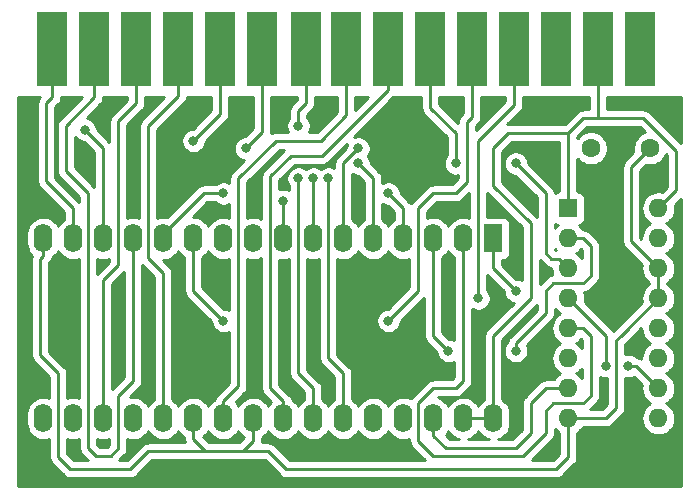
<source format=gbr>
G04 #@! TF.GenerationSoftware,KiCad,Pcbnew,(5.1.4)-1*
G04 #@! TF.CreationDate,2019-11-15T07:05:28+03:00*
G04 #@! TF.ProjectId,ApogeeRom,41706f67-6565-4526-9f6d-2e6b69636164,rev?*
G04 #@! TF.SameCoordinates,Original*
G04 #@! TF.FileFunction,Copper,L2,Bot*
G04 #@! TF.FilePolarity,Positive*
%FSLAX46Y46*%
G04 Gerber Fmt 4.6, Leading zero omitted, Abs format (unit mm)*
G04 Created by KiCad (PCBNEW (5.1.4)-1) date 2019-11-15 07:05:28*
%MOMM*%
%LPD*%
G04 APERTURE LIST*
%ADD10C,1.600000*%
%ADD11R,2.540000X6.350000*%
%ADD12O,1.600000X1.600000*%
%ADD13R,1.600000X1.600000*%
%ADD14O,1.600000X2.400000*%
%ADD15R,1.600000X2.400000*%
%ADD16C,0.800000*%
%ADD17C,0.250000*%
%ADD18C,0.254000*%
G04 APERTURE END LIST*
D10*
X156765000Y-74930000D03*
X151765000Y-74930000D03*
D11*
X106172000Y-66548000D03*
X109728000Y-66548000D03*
X113284000Y-66548000D03*
X116840000Y-66548000D03*
X120396000Y-66548000D03*
X123952000Y-66548000D03*
X127635000Y-66548000D03*
X131064000Y-66548000D03*
X134620000Y-66548000D03*
X138176000Y-66548000D03*
X141732000Y-66548000D03*
X145288000Y-66548000D03*
X148844000Y-66548000D03*
X152400000Y-66548000D03*
X155956000Y-66548000D03*
D12*
X157480000Y-80010000D03*
X149860000Y-97790000D03*
X157480000Y-82550000D03*
X149860000Y-95250000D03*
X157480000Y-85090000D03*
X149860000Y-92710000D03*
X157480000Y-87630000D03*
X149860000Y-90170000D03*
X157480000Y-90170000D03*
X149860000Y-87630000D03*
X157480000Y-92710000D03*
X149860000Y-85090000D03*
X157480000Y-95250000D03*
X149860000Y-82550000D03*
X157480000Y-97790000D03*
D13*
X149860000Y-80010000D03*
D14*
X143510000Y-97790000D03*
X105410000Y-82550000D03*
X140970000Y-97790000D03*
X107950000Y-82550000D03*
X138430000Y-97790000D03*
X110490000Y-82550000D03*
X135890000Y-97790000D03*
X113030000Y-82550000D03*
X133350000Y-97790000D03*
X115570000Y-82550000D03*
X130810000Y-97790000D03*
X118110000Y-82550000D03*
X128270000Y-97790000D03*
X120650000Y-82550000D03*
X125730000Y-97790000D03*
X123190000Y-82550000D03*
X123190000Y-97790000D03*
X125730000Y-82550000D03*
X120650000Y-97790000D03*
X128270000Y-82550000D03*
X118110000Y-97790000D03*
X130810000Y-82550000D03*
X115570000Y-97790000D03*
X133350000Y-82550000D03*
X113030000Y-97790000D03*
X135890000Y-82550000D03*
X110490000Y-97790000D03*
X138430000Y-82550000D03*
X107950000Y-97790000D03*
X140970000Y-82550000D03*
X105410000Y-97790000D03*
D15*
X143510000Y-82550000D03*
D16*
X127000000Y-77470000D03*
X127000000Y-73025000D03*
X154940000Y-93345000D03*
X145415000Y-86995000D03*
X120650000Y-78740000D03*
X140335000Y-76200000D03*
X145415000Y-76200000D03*
X142240000Y-87630000D03*
X120650000Y-89535000D03*
X139700000Y-92075000D03*
X145415000Y-92075000D03*
X134620000Y-78740000D03*
X108902500Y-73342500D03*
X118110000Y-74295000D03*
X153035000Y-93345000D03*
X132080000Y-74930000D03*
X125730000Y-79375000D03*
X129540000Y-77470000D03*
X132080000Y-76200000D03*
X134620000Y-89535000D03*
X128270000Y-77470000D03*
X122555000Y-74930000D03*
D17*
X107950000Y-82550000D02*
X107950000Y-80010000D01*
X107950000Y-80010000D02*
X105664000Y-77724000D01*
X105664000Y-77724000D02*
X105664000Y-71120000D01*
X106172000Y-70612000D02*
X106172000Y-66548000D01*
X105664000Y-71120000D02*
X106172000Y-70612000D01*
X110490000Y-97790000D02*
X110490000Y-86106000D01*
X110490000Y-86106000D02*
X111760000Y-84836000D01*
X111760000Y-84836000D02*
X111760000Y-72644000D01*
X113284000Y-71120000D02*
X113284000Y-66548000D01*
X111760000Y-72644000D02*
X113284000Y-71120000D01*
X152400000Y-66548000D02*
X152400000Y-69973000D01*
X149860000Y-78232000D02*
X149860000Y-80010000D01*
X105410000Y-84000000D02*
X105156000Y-84254000D01*
X105410000Y-82550000D02*
X105410000Y-84000000D01*
X105156000Y-84254000D02*
X105156000Y-92456000D01*
X105156000Y-92456000D02*
X106680000Y-93980000D01*
X106680000Y-93980000D02*
X106680000Y-101092000D01*
X106680000Y-101092000D02*
X107696000Y-102108000D01*
X107696000Y-102108000D02*
X112776000Y-102108000D01*
X112776000Y-102108000D02*
X114300000Y-100584000D01*
X124460000Y-100584000D02*
X125984000Y-102108000D01*
X125984000Y-102108000D02*
X148844000Y-102108000D01*
X149860000Y-101092000D02*
X149860000Y-97790000D01*
X148844000Y-102108000D02*
X149860000Y-101092000D01*
X114300000Y-100584000D02*
X118364000Y-100584000D01*
X122936000Y-100584000D02*
X124460000Y-100584000D01*
X147828000Y-73660000D02*
X144780000Y-73660000D01*
X144780000Y-73660000D02*
X143510000Y-74930000D01*
X143510000Y-74930000D02*
X143510000Y-78105000D01*
X143510000Y-78105000D02*
X146685000Y-81280000D01*
X146685000Y-81280000D02*
X146685000Y-87630000D01*
X143510000Y-90805000D02*
X143510000Y-97790000D01*
X146685000Y-87630000D02*
X143510000Y-90805000D01*
X125730000Y-97790000D02*
X125730000Y-98190000D01*
X109728000Y-70612000D02*
X109728000Y-66548000D01*
X109220000Y-100330000D02*
X109220000Y-78740000D01*
X113030000Y-94615000D02*
X111760000Y-95885000D01*
X113030000Y-82550000D02*
X113030000Y-94615000D01*
X107315000Y-76835000D02*
X107315000Y-73025000D01*
X109220000Y-78740000D02*
X107315000Y-76835000D01*
X111760000Y-95885000D02*
X111760000Y-100330000D01*
X107315000Y-73025000D02*
X109728000Y-70612000D01*
X111760000Y-100330000D02*
X111125000Y-100965000D01*
X111125000Y-100965000D02*
X109855000Y-100965000D01*
X109855000Y-100965000D02*
X109220000Y-100330000D01*
X147955000Y-95250000D02*
X149860000Y-95250000D01*
X138430000Y-99240000D02*
X139520000Y-100330000D01*
X138430000Y-97790000D02*
X138430000Y-99240000D01*
X139520000Y-100330000D02*
X145415000Y-100330000D01*
X145415000Y-100330000D02*
X146685000Y-99060000D01*
X146685000Y-99060000D02*
X146685000Y-96520000D01*
X146685000Y-96520000D02*
X147955000Y-95250000D01*
X128270000Y-97790000D02*
X128270000Y-95250000D01*
X128270000Y-95250000D02*
X127000000Y-93980000D01*
X127000000Y-71755000D02*
X127635000Y-71120000D01*
X157480000Y-95250000D02*
X156845000Y-95250000D01*
X140970000Y-97790000D02*
X143510000Y-97790000D01*
X116840000Y-70485000D02*
X116840000Y-66548000D01*
X114300000Y-73025000D02*
X116840000Y-70485000D01*
X114300000Y-84220000D02*
X114300000Y-73025000D01*
X115570000Y-97790000D02*
X115570000Y-85490000D01*
X115570000Y-85490000D02*
X114300000Y-84220000D01*
X143510000Y-85090000D02*
X145415000Y-86995000D01*
X143510000Y-82550000D02*
X143510000Y-85090000D01*
X120084315Y-78740000D02*
X120650000Y-78740000D01*
X118980000Y-78740000D02*
X120084315Y-78740000D01*
X115570000Y-82150000D02*
X118980000Y-78740000D01*
X115570000Y-82550000D02*
X115570000Y-82150000D01*
X145415000Y-76200000D02*
X147955000Y-78740000D01*
X147955000Y-78740000D02*
X147955000Y-83820000D01*
X148425001Y-84290001D02*
X147955000Y-83820000D01*
X149060001Y-84290001D02*
X148425001Y-84290001D01*
X149860000Y-85090000D02*
X149060001Y-84290001D01*
X140335000Y-76200000D02*
X140335000Y-73660000D01*
X138176000Y-71501000D02*
X138176000Y-66548000D01*
X140335000Y-73660000D02*
X138176000Y-71501000D01*
X145288000Y-71247000D02*
X145288000Y-66548000D01*
X142240000Y-74295000D02*
X145288000Y-71247000D01*
X142240000Y-87630000D02*
X142240000Y-74295000D01*
X118110000Y-86995000D02*
X120650000Y-89535000D01*
X118110000Y-82550000D02*
X118110000Y-86995000D01*
X138430000Y-90805000D02*
X139700000Y-92075000D01*
X138430000Y-82550000D02*
X138430000Y-90805000D01*
X123952000Y-71247000D02*
X123952000Y-66548000D01*
X134620000Y-78740000D02*
X135890000Y-80010000D01*
X135890000Y-80010000D02*
X135890000Y-82550000D01*
X110490000Y-74930000D02*
X108902500Y-73342500D01*
X110490000Y-82550000D02*
X110490000Y-74930000D01*
X120396000Y-72009000D02*
X118110000Y-74295000D01*
X120396000Y-66548000D02*
X120396000Y-72009000D01*
X130810000Y-97790000D02*
X130810000Y-93980000D01*
X129540000Y-92710000D02*
X129540000Y-77470000D01*
X130810000Y-93980000D02*
X129540000Y-92710000D01*
X157480000Y-85090000D02*
X156680001Y-84290001D01*
X155194000Y-82804000D02*
X157480000Y-85090000D01*
X155194000Y-77771000D02*
X155194000Y-82804000D01*
X157480000Y-85090000D02*
X157480000Y-87630000D01*
X153035000Y-90805000D02*
X149860000Y-87630000D01*
X153035000Y-93345000D02*
X153035000Y-90805000D01*
X149860000Y-97790000D02*
X153035000Y-97790000D01*
X153924000Y-91186000D02*
X154559000Y-90551000D01*
X157480000Y-87630000D02*
X154559000Y-90551000D01*
X154559000Y-90551000D02*
X154305000Y-90805000D01*
X153924000Y-96901000D02*
X153035000Y-97790000D01*
X153924000Y-94488000D02*
X153924000Y-96901000D01*
X153924000Y-94488000D02*
X153924000Y-91186000D01*
X153924000Y-96520000D02*
X153924000Y-94488000D01*
X155575000Y-93345000D02*
X157480000Y-95250000D01*
X154940000Y-93345000D02*
X155575000Y-93345000D01*
X152400000Y-70858000D02*
X152400000Y-66548000D01*
X157480000Y-80010000D02*
X159004000Y-78486000D01*
X159004000Y-75311000D02*
X159004000Y-75184000D01*
X159004000Y-78486000D02*
X159004000Y-75311000D01*
X159004000Y-75184000D02*
X156210000Y-72390000D01*
X152400000Y-72390000D02*
X152400000Y-66548000D01*
X151765000Y-72390000D02*
X151130000Y-72390000D01*
X149860000Y-80010000D02*
X149860000Y-73660000D01*
X149860000Y-80010000D02*
X149860000Y-78960000D01*
X149860000Y-73660000D02*
X151130000Y-72390000D01*
X153035000Y-72390000D02*
X152400000Y-72390000D01*
X153670000Y-72390000D02*
X151130000Y-72390000D01*
X153670000Y-72390000D02*
X153035000Y-72390000D01*
X156210000Y-72390000D02*
X153670000Y-72390000D01*
X151130000Y-72390000D02*
X156210000Y-72390000D01*
X147828000Y-73660000D02*
X149860000Y-73660000D01*
X123190000Y-99695000D02*
X122301000Y-100584000D01*
X123190000Y-97790000D02*
X123190000Y-99695000D01*
X122301000Y-100584000D02*
X122936000Y-100584000D01*
X118110000Y-99568000D02*
X118110000Y-97790000D01*
X119126000Y-100584000D02*
X118110000Y-99568000D01*
X119126000Y-100584000D02*
X122301000Y-100584000D01*
X118364000Y-100584000D02*
X119126000Y-100584000D01*
X151765000Y-83185000D02*
X151130000Y-82550000D01*
X151765000Y-85725000D02*
X151765000Y-83185000D01*
X145415000Y-91440000D02*
X147955000Y-88900000D01*
X145415000Y-92075000D02*
X145415000Y-91440000D01*
X147955000Y-88900000D02*
X147955000Y-86995000D01*
X151130000Y-82550000D02*
X149860000Y-82550000D01*
X147955000Y-86995000D02*
X148590000Y-86360000D01*
X148590000Y-86360000D02*
X151130000Y-86360000D01*
X151130000Y-86360000D02*
X151765000Y-85725000D01*
X151130000Y-90170000D02*
X149860000Y-90170000D01*
X151765000Y-90805000D02*
X151130000Y-90170000D01*
X151765000Y-95885000D02*
X151765000Y-90805000D01*
X148590000Y-96520000D02*
X151130000Y-96520000D01*
X147955000Y-97155000D02*
X148590000Y-96520000D01*
X151130000Y-96520000D02*
X151765000Y-95885000D01*
X140970000Y-82550000D02*
X140970000Y-94615000D01*
X140335000Y-95250000D02*
X138430000Y-95250000D01*
X138430000Y-100965000D02*
X146050000Y-100965000D01*
X140970000Y-94615000D02*
X140335000Y-95250000D01*
X138430000Y-95250000D02*
X137160000Y-96520000D01*
X146050000Y-100965000D02*
X147955000Y-99060000D01*
X137160000Y-96520000D02*
X137160000Y-99695000D01*
X147955000Y-99060000D02*
X147955000Y-97155000D01*
X137160000Y-99695000D02*
X138430000Y-100965000D01*
X155194000Y-76501000D02*
X156765000Y-74930000D01*
X155194000Y-77771000D02*
X155194000Y-76501000D01*
X141732000Y-66548000D02*
X141732000Y-72263000D01*
X141732000Y-72263000D02*
X141287500Y-72707500D01*
X141287500Y-72707500D02*
X141287500Y-77787500D01*
X141287500Y-77787500D02*
X140335000Y-78740000D01*
X140335000Y-78740000D02*
X138430000Y-78740000D01*
X138430000Y-78740000D02*
X137160000Y-80010000D01*
X137160000Y-80010000D02*
X137160000Y-86360000D01*
X137160000Y-86995000D02*
X134620000Y-89535000D01*
X137160000Y-86360000D02*
X137160000Y-86995000D01*
X123952000Y-73533000D02*
X122555000Y-74930000D01*
X123952000Y-66548000D02*
X123952000Y-73533000D01*
X128270000Y-81100000D02*
X128270000Y-77470000D01*
X128270000Y-82550000D02*
X128270000Y-81100000D01*
X127000000Y-93980000D02*
X127000000Y-77470000D01*
X127000000Y-73025000D02*
X127000000Y-71755000D01*
X127635000Y-71120000D02*
X127635000Y-66548000D01*
X131064000Y-72136000D02*
X131064000Y-66548000D01*
X120650000Y-97790000D02*
X120650000Y-96340000D01*
X120650000Y-96340000D02*
X121920000Y-95070000D01*
X121920000Y-95070000D02*
X121920000Y-77470000D01*
X125095000Y-74295000D02*
X128905000Y-74295000D01*
X121920000Y-77470000D02*
X125095000Y-74295000D01*
X128905000Y-74295000D02*
X131064000Y-72136000D01*
X134620000Y-69973000D02*
X134620000Y-66548000D01*
X125730000Y-96340000D02*
X124640000Y-95250000D01*
X125730000Y-97790000D02*
X125730000Y-96340000D01*
X124640000Y-95250000D02*
X124640000Y-77290000D01*
X124640000Y-77290000D02*
X126365000Y-75565000D01*
X126365000Y-75565000D02*
X129028000Y-75565000D01*
X129028000Y-75565000D02*
X134620000Y-69973000D01*
X130810000Y-76200000D02*
X132080000Y-74930000D01*
X130810000Y-82550000D02*
X130810000Y-76200000D01*
X133350000Y-77470000D02*
X132080000Y-76200000D01*
X133350000Y-82550000D02*
X133350000Y-77470000D01*
X125730000Y-82550000D02*
X125730000Y-79375000D01*
D18*
G36*
X105029026Y-70695724D02*
G01*
X104958454Y-70827754D01*
X104935251Y-70904247D01*
X104914998Y-70971014D01*
X104911455Y-71006985D01*
X104900324Y-71120000D01*
X104904001Y-71157332D01*
X104904000Y-77686677D01*
X104900324Y-77724000D01*
X104904000Y-77761322D01*
X104904000Y-77761332D01*
X104914997Y-77872985D01*
X104941470Y-77960256D01*
X104958454Y-78016246D01*
X105029026Y-78148276D01*
X105051944Y-78176201D01*
X105123999Y-78264001D01*
X105153003Y-78287804D01*
X107190001Y-80324803D01*
X107190001Y-80929099D01*
X107148900Y-80951068D01*
X106930393Y-81130392D01*
X106751068Y-81348899D01*
X106680000Y-81481858D01*
X106608932Y-81348899D01*
X106429608Y-81130392D01*
X106211101Y-80951068D01*
X105961808Y-80817818D01*
X105691309Y-80735764D01*
X105410000Y-80708057D01*
X105128692Y-80735764D01*
X104858193Y-80817818D01*
X104608900Y-80951068D01*
X104390393Y-81130392D01*
X104211068Y-81348899D01*
X104077818Y-81598192D01*
X103995764Y-81868691D01*
X103975000Y-82079508D01*
X103975000Y-83020491D01*
X103995764Y-83231308D01*
X104077818Y-83501807D01*
X104211068Y-83751100D01*
X104390392Y-83969607D01*
X104436575Y-84007508D01*
X104406997Y-84105015D01*
X104396000Y-84216668D01*
X104396000Y-84216678D01*
X104392324Y-84254000D01*
X104396000Y-84291322D01*
X104396001Y-92418668D01*
X104392324Y-92456000D01*
X104396001Y-92493333D01*
X104404668Y-92581324D01*
X104406998Y-92604985D01*
X104450454Y-92748246D01*
X104521026Y-92880276D01*
X104592201Y-92967002D01*
X104616000Y-92996001D01*
X104644998Y-93019799D01*
X105920000Y-94294803D01*
X105920000Y-96045136D01*
X105691309Y-95975764D01*
X105410000Y-95948057D01*
X105128692Y-95975764D01*
X104858193Y-96057818D01*
X104608900Y-96191068D01*
X104390393Y-96370392D01*
X104211068Y-96588899D01*
X104077818Y-96838192D01*
X103995764Y-97108691D01*
X103975000Y-97319508D01*
X103975000Y-98260491D01*
X103995764Y-98471308D01*
X104077818Y-98741807D01*
X104211068Y-98991100D01*
X104390392Y-99209607D01*
X104608899Y-99388932D01*
X104858192Y-99522182D01*
X105128691Y-99604236D01*
X105410000Y-99631943D01*
X105691308Y-99604236D01*
X105920001Y-99534864D01*
X105920001Y-101054668D01*
X105916324Y-101092000D01*
X105920001Y-101129332D01*
X105920001Y-101129333D01*
X105930998Y-101240986D01*
X105935931Y-101257247D01*
X105974454Y-101384246D01*
X106045026Y-101516276D01*
X106111272Y-101596996D01*
X106140000Y-101632001D01*
X106168998Y-101655799D01*
X107132201Y-102619003D01*
X107155999Y-102648001D01*
X107184997Y-102671799D01*
X107271723Y-102742974D01*
X107403751Y-102813545D01*
X107403753Y-102813546D01*
X107547014Y-102857003D01*
X107658667Y-102868000D01*
X107658677Y-102868000D01*
X107696000Y-102871676D01*
X107733322Y-102868000D01*
X112738678Y-102868000D01*
X112776000Y-102871676D01*
X112813322Y-102868000D01*
X112813333Y-102868000D01*
X112924986Y-102857003D01*
X113068247Y-102813546D01*
X113200276Y-102742974D01*
X113316001Y-102648001D01*
X113339803Y-102618998D01*
X114614803Y-101344000D01*
X119088677Y-101344000D01*
X119126000Y-101347676D01*
X119163322Y-101344000D01*
X122263678Y-101344000D01*
X122301000Y-101347676D01*
X122338322Y-101344000D01*
X124145199Y-101344000D01*
X125420205Y-102619008D01*
X125443999Y-102648001D01*
X125472992Y-102671795D01*
X125472996Y-102671799D01*
X125543685Y-102729811D01*
X125559724Y-102742974D01*
X125691753Y-102813546D01*
X125835014Y-102857003D01*
X125946667Y-102868000D01*
X125946676Y-102868000D01*
X125983999Y-102871676D01*
X126021322Y-102868000D01*
X148806678Y-102868000D01*
X148844000Y-102871676D01*
X148881322Y-102868000D01*
X148881333Y-102868000D01*
X148992986Y-102857003D01*
X149136247Y-102813546D01*
X149268276Y-102742974D01*
X149384001Y-102648001D01*
X149407804Y-102618998D01*
X150371004Y-101655798D01*
X150400001Y-101632001D01*
X150484697Y-101528799D01*
X150494974Y-101516277D01*
X150565546Y-101384247D01*
X150576541Y-101348000D01*
X150609003Y-101240986D01*
X150620000Y-101129333D01*
X150620000Y-101129323D01*
X150623676Y-101092000D01*
X150620000Y-101054678D01*
X150620000Y-99010901D01*
X150661101Y-98988932D01*
X150879608Y-98809608D01*
X151058932Y-98591101D01*
X151080901Y-98550000D01*
X152997678Y-98550000D01*
X153035000Y-98553676D01*
X153072322Y-98550000D01*
X153072333Y-98550000D01*
X153183986Y-98539003D01*
X153327247Y-98495546D01*
X153459276Y-98424974D01*
X153575001Y-98330001D01*
X153598803Y-98300998D01*
X154435003Y-97464799D01*
X154464001Y-97441001D01*
X154558974Y-97325276D01*
X154629546Y-97193247D01*
X154673003Y-97049986D01*
X154684000Y-96938333D01*
X154684000Y-96938323D01*
X154687676Y-96901000D01*
X154684000Y-96863677D01*
X154684000Y-94349356D01*
X154838061Y-94380000D01*
X155041939Y-94380000D01*
X155241898Y-94340226D01*
X155421168Y-94265969D01*
X156079292Y-94924094D01*
X156065764Y-94968691D01*
X156038057Y-95250000D01*
X156065764Y-95531309D01*
X156147818Y-95801808D01*
X156281068Y-96051101D01*
X156460392Y-96269608D01*
X156678899Y-96448932D01*
X156811858Y-96520000D01*
X156678899Y-96591068D01*
X156460392Y-96770392D01*
X156281068Y-96988899D01*
X156147818Y-97238192D01*
X156065764Y-97508691D01*
X156038057Y-97790000D01*
X156065764Y-98071309D01*
X156147818Y-98341808D01*
X156281068Y-98591101D01*
X156460392Y-98809608D01*
X156678899Y-98988932D01*
X156928192Y-99122182D01*
X157198691Y-99204236D01*
X157409508Y-99225000D01*
X157550492Y-99225000D01*
X157761309Y-99204236D01*
X158031808Y-99122182D01*
X158281101Y-98988932D01*
X158499608Y-98809608D01*
X158678932Y-98591101D01*
X158812182Y-98341808D01*
X158894236Y-98071309D01*
X158921943Y-97790000D01*
X158894236Y-97508691D01*
X158812182Y-97238192D01*
X158678932Y-96988899D01*
X158499608Y-96770392D01*
X158281101Y-96591068D01*
X158148142Y-96520000D01*
X158281101Y-96448932D01*
X158499608Y-96269608D01*
X158678932Y-96051101D01*
X158812182Y-95801808D01*
X158894236Y-95531309D01*
X158921943Y-95250000D01*
X158894236Y-94968691D01*
X158812182Y-94698192D01*
X158678932Y-94448899D01*
X158499608Y-94230392D01*
X158281101Y-94051068D01*
X158148142Y-93980000D01*
X158281101Y-93908932D01*
X158499608Y-93729608D01*
X158678932Y-93511101D01*
X158812182Y-93261808D01*
X158894236Y-92991309D01*
X158921943Y-92710000D01*
X158894236Y-92428691D01*
X158812182Y-92158192D01*
X158678932Y-91908899D01*
X158499608Y-91690392D01*
X158281101Y-91511068D01*
X158148142Y-91440000D01*
X158281101Y-91368932D01*
X158499608Y-91189608D01*
X158678932Y-90971101D01*
X158812182Y-90721808D01*
X158894236Y-90451309D01*
X158921943Y-90170000D01*
X158894236Y-89888691D01*
X158812182Y-89618192D01*
X158678932Y-89368899D01*
X158499608Y-89150392D01*
X158281101Y-88971068D01*
X158148142Y-88900000D01*
X158281101Y-88828932D01*
X158499608Y-88649608D01*
X158678932Y-88431101D01*
X158812182Y-88181808D01*
X158894236Y-87911309D01*
X158921943Y-87630000D01*
X158894236Y-87348691D01*
X158812182Y-87078192D01*
X158678932Y-86828899D01*
X158499608Y-86610392D01*
X158281101Y-86431068D01*
X158240000Y-86409099D01*
X158240000Y-86310901D01*
X158281101Y-86288932D01*
X158499608Y-86109608D01*
X158678932Y-85891101D01*
X158812182Y-85641808D01*
X158894236Y-85371309D01*
X158921943Y-85090000D01*
X158894236Y-84808691D01*
X158812182Y-84538192D01*
X158678932Y-84288899D01*
X158499608Y-84070392D01*
X158281101Y-83891068D01*
X158148142Y-83820000D01*
X158281101Y-83748932D01*
X158499608Y-83569608D01*
X158678932Y-83351101D01*
X158812182Y-83101808D01*
X158894236Y-82831309D01*
X158921943Y-82550000D01*
X158894236Y-82268691D01*
X158812182Y-81998192D01*
X158678932Y-81748899D01*
X158499608Y-81530392D01*
X158281101Y-81351068D01*
X158148142Y-81280000D01*
X158281101Y-81208932D01*
X158499608Y-81029608D01*
X158678932Y-80811101D01*
X158812182Y-80561808D01*
X158894236Y-80291309D01*
X158921943Y-80010000D01*
X158894236Y-79728691D01*
X158880708Y-79684094D01*
X159360000Y-79204802D01*
X159360001Y-103480000D01*
X103276000Y-103480000D01*
X103276000Y-70612000D01*
X105097737Y-70612000D01*
X105029026Y-70695724D01*
X105029026Y-70695724D01*
G37*
X105029026Y-70695724D02*
X104958454Y-70827754D01*
X104935251Y-70904247D01*
X104914998Y-70971014D01*
X104911455Y-71006985D01*
X104900324Y-71120000D01*
X104904001Y-71157332D01*
X104904000Y-77686677D01*
X104900324Y-77724000D01*
X104904000Y-77761322D01*
X104904000Y-77761332D01*
X104914997Y-77872985D01*
X104941470Y-77960256D01*
X104958454Y-78016246D01*
X105029026Y-78148276D01*
X105051944Y-78176201D01*
X105123999Y-78264001D01*
X105153003Y-78287804D01*
X107190001Y-80324803D01*
X107190001Y-80929099D01*
X107148900Y-80951068D01*
X106930393Y-81130392D01*
X106751068Y-81348899D01*
X106680000Y-81481858D01*
X106608932Y-81348899D01*
X106429608Y-81130392D01*
X106211101Y-80951068D01*
X105961808Y-80817818D01*
X105691309Y-80735764D01*
X105410000Y-80708057D01*
X105128692Y-80735764D01*
X104858193Y-80817818D01*
X104608900Y-80951068D01*
X104390393Y-81130392D01*
X104211068Y-81348899D01*
X104077818Y-81598192D01*
X103995764Y-81868691D01*
X103975000Y-82079508D01*
X103975000Y-83020491D01*
X103995764Y-83231308D01*
X104077818Y-83501807D01*
X104211068Y-83751100D01*
X104390392Y-83969607D01*
X104436575Y-84007508D01*
X104406997Y-84105015D01*
X104396000Y-84216668D01*
X104396000Y-84216678D01*
X104392324Y-84254000D01*
X104396000Y-84291322D01*
X104396001Y-92418668D01*
X104392324Y-92456000D01*
X104396001Y-92493333D01*
X104404668Y-92581324D01*
X104406998Y-92604985D01*
X104450454Y-92748246D01*
X104521026Y-92880276D01*
X104592201Y-92967002D01*
X104616000Y-92996001D01*
X104644998Y-93019799D01*
X105920000Y-94294803D01*
X105920000Y-96045136D01*
X105691309Y-95975764D01*
X105410000Y-95948057D01*
X105128692Y-95975764D01*
X104858193Y-96057818D01*
X104608900Y-96191068D01*
X104390393Y-96370392D01*
X104211068Y-96588899D01*
X104077818Y-96838192D01*
X103995764Y-97108691D01*
X103975000Y-97319508D01*
X103975000Y-98260491D01*
X103995764Y-98471308D01*
X104077818Y-98741807D01*
X104211068Y-98991100D01*
X104390392Y-99209607D01*
X104608899Y-99388932D01*
X104858192Y-99522182D01*
X105128691Y-99604236D01*
X105410000Y-99631943D01*
X105691308Y-99604236D01*
X105920001Y-99534864D01*
X105920001Y-101054668D01*
X105916324Y-101092000D01*
X105920001Y-101129332D01*
X105920001Y-101129333D01*
X105930998Y-101240986D01*
X105935931Y-101257247D01*
X105974454Y-101384246D01*
X106045026Y-101516276D01*
X106111272Y-101596996D01*
X106140000Y-101632001D01*
X106168998Y-101655799D01*
X107132201Y-102619003D01*
X107155999Y-102648001D01*
X107184997Y-102671799D01*
X107271723Y-102742974D01*
X107403751Y-102813545D01*
X107403753Y-102813546D01*
X107547014Y-102857003D01*
X107658667Y-102868000D01*
X107658677Y-102868000D01*
X107696000Y-102871676D01*
X107733322Y-102868000D01*
X112738678Y-102868000D01*
X112776000Y-102871676D01*
X112813322Y-102868000D01*
X112813333Y-102868000D01*
X112924986Y-102857003D01*
X113068247Y-102813546D01*
X113200276Y-102742974D01*
X113316001Y-102648001D01*
X113339803Y-102618998D01*
X114614803Y-101344000D01*
X119088677Y-101344000D01*
X119126000Y-101347676D01*
X119163322Y-101344000D01*
X122263678Y-101344000D01*
X122301000Y-101347676D01*
X122338322Y-101344000D01*
X124145199Y-101344000D01*
X125420205Y-102619008D01*
X125443999Y-102648001D01*
X125472992Y-102671795D01*
X125472996Y-102671799D01*
X125543685Y-102729811D01*
X125559724Y-102742974D01*
X125691753Y-102813546D01*
X125835014Y-102857003D01*
X125946667Y-102868000D01*
X125946676Y-102868000D01*
X125983999Y-102871676D01*
X126021322Y-102868000D01*
X148806678Y-102868000D01*
X148844000Y-102871676D01*
X148881322Y-102868000D01*
X148881333Y-102868000D01*
X148992986Y-102857003D01*
X149136247Y-102813546D01*
X149268276Y-102742974D01*
X149384001Y-102648001D01*
X149407804Y-102618998D01*
X150371004Y-101655798D01*
X150400001Y-101632001D01*
X150484697Y-101528799D01*
X150494974Y-101516277D01*
X150565546Y-101384247D01*
X150576541Y-101348000D01*
X150609003Y-101240986D01*
X150620000Y-101129333D01*
X150620000Y-101129323D01*
X150623676Y-101092000D01*
X150620000Y-101054678D01*
X150620000Y-99010901D01*
X150661101Y-98988932D01*
X150879608Y-98809608D01*
X151058932Y-98591101D01*
X151080901Y-98550000D01*
X152997678Y-98550000D01*
X153035000Y-98553676D01*
X153072322Y-98550000D01*
X153072333Y-98550000D01*
X153183986Y-98539003D01*
X153327247Y-98495546D01*
X153459276Y-98424974D01*
X153575001Y-98330001D01*
X153598803Y-98300998D01*
X154435003Y-97464799D01*
X154464001Y-97441001D01*
X154558974Y-97325276D01*
X154629546Y-97193247D01*
X154673003Y-97049986D01*
X154684000Y-96938333D01*
X154684000Y-96938323D01*
X154687676Y-96901000D01*
X154684000Y-96863677D01*
X154684000Y-94349356D01*
X154838061Y-94380000D01*
X155041939Y-94380000D01*
X155241898Y-94340226D01*
X155421168Y-94265969D01*
X156079292Y-94924094D01*
X156065764Y-94968691D01*
X156038057Y-95250000D01*
X156065764Y-95531309D01*
X156147818Y-95801808D01*
X156281068Y-96051101D01*
X156460392Y-96269608D01*
X156678899Y-96448932D01*
X156811858Y-96520000D01*
X156678899Y-96591068D01*
X156460392Y-96770392D01*
X156281068Y-96988899D01*
X156147818Y-97238192D01*
X156065764Y-97508691D01*
X156038057Y-97790000D01*
X156065764Y-98071309D01*
X156147818Y-98341808D01*
X156281068Y-98591101D01*
X156460392Y-98809608D01*
X156678899Y-98988932D01*
X156928192Y-99122182D01*
X157198691Y-99204236D01*
X157409508Y-99225000D01*
X157550492Y-99225000D01*
X157761309Y-99204236D01*
X158031808Y-99122182D01*
X158281101Y-98988932D01*
X158499608Y-98809608D01*
X158678932Y-98591101D01*
X158812182Y-98341808D01*
X158894236Y-98071309D01*
X158921943Y-97790000D01*
X158894236Y-97508691D01*
X158812182Y-97238192D01*
X158678932Y-96988899D01*
X158499608Y-96770392D01*
X158281101Y-96591068D01*
X158148142Y-96520000D01*
X158281101Y-96448932D01*
X158499608Y-96269608D01*
X158678932Y-96051101D01*
X158812182Y-95801808D01*
X158894236Y-95531309D01*
X158921943Y-95250000D01*
X158894236Y-94968691D01*
X158812182Y-94698192D01*
X158678932Y-94448899D01*
X158499608Y-94230392D01*
X158281101Y-94051068D01*
X158148142Y-93980000D01*
X158281101Y-93908932D01*
X158499608Y-93729608D01*
X158678932Y-93511101D01*
X158812182Y-93261808D01*
X158894236Y-92991309D01*
X158921943Y-92710000D01*
X158894236Y-92428691D01*
X158812182Y-92158192D01*
X158678932Y-91908899D01*
X158499608Y-91690392D01*
X158281101Y-91511068D01*
X158148142Y-91440000D01*
X158281101Y-91368932D01*
X158499608Y-91189608D01*
X158678932Y-90971101D01*
X158812182Y-90721808D01*
X158894236Y-90451309D01*
X158921943Y-90170000D01*
X158894236Y-89888691D01*
X158812182Y-89618192D01*
X158678932Y-89368899D01*
X158499608Y-89150392D01*
X158281101Y-88971068D01*
X158148142Y-88900000D01*
X158281101Y-88828932D01*
X158499608Y-88649608D01*
X158678932Y-88431101D01*
X158812182Y-88181808D01*
X158894236Y-87911309D01*
X158921943Y-87630000D01*
X158894236Y-87348691D01*
X158812182Y-87078192D01*
X158678932Y-86828899D01*
X158499608Y-86610392D01*
X158281101Y-86431068D01*
X158240000Y-86409099D01*
X158240000Y-86310901D01*
X158281101Y-86288932D01*
X158499608Y-86109608D01*
X158678932Y-85891101D01*
X158812182Y-85641808D01*
X158894236Y-85371309D01*
X158921943Y-85090000D01*
X158894236Y-84808691D01*
X158812182Y-84538192D01*
X158678932Y-84288899D01*
X158499608Y-84070392D01*
X158281101Y-83891068D01*
X158148142Y-83820000D01*
X158281101Y-83748932D01*
X158499608Y-83569608D01*
X158678932Y-83351101D01*
X158812182Y-83101808D01*
X158894236Y-82831309D01*
X158921943Y-82550000D01*
X158894236Y-82268691D01*
X158812182Y-81998192D01*
X158678932Y-81748899D01*
X158499608Y-81530392D01*
X158281101Y-81351068D01*
X158148142Y-81280000D01*
X158281101Y-81208932D01*
X158499608Y-81029608D01*
X158678932Y-80811101D01*
X158812182Y-80561808D01*
X158894236Y-80291309D01*
X158921943Y-80010000D01*
X158894236Y-79728691D01*
X158880708Y-79684094D01*
X159360000Y-79204802D01*
X159360001Y-103480000D01*
X103276000Y-103480000D01*
X103276000Y-70612000D01*
X105097737Y-70612000D01*
X105029026Y-70695724D01*
G36*
X134691068Y-98991100D02*
G01*
X134870392Y-99209607D01*
X135088899Y-99388932D01*
X135338192Y-99522182D01*
X135608691Y-99604236D01*
X135890000Y-99631943D01*
X136171308Y-99604236D01*
X136400001Y-99534864D01*
X136400001Y-99657668D01*
X136396324Y-99695000D01*
X136400001Y-99732333D01*
X136410998Y-99843986D01*
X136415931Y-99860247D01*
X136454454Y-99987246D01*
X136525026Y-100119276D01*
X136593716Y-100202974D01*
X136620000Y-100235001D01*
X136648998Y-100258799D01*
X137738198Y-101348000D01*
X126298803Y-101348000D01*
X125023803Y-100073002D01*
X125000001Y-100043999D01*
X124884276Y-99949026D01*
X124752247Y-99878454D01*
X124608986Y-99834997D01*
X124497333Y-99824000D01*
X124497322Y-99824000D01*
X124460000Y-99820324D01*
X124422678Y-99824000D01*
X123940971Y-99824000D01*
X123950000Y-99732333D01*
X123950000Y-99732323D01*
X123953676Y-99695000D01*
X123950000Y-99657677D01*
X123950000Y-99410900D01*
X123991100Y-99388932D01*
X124209607Y-99209608D01*
X124388932Y-98991101D01*
X124460000Y-98858142D01*
X124531068Y-98991100D01*
X124710392Y-99209607D01*
X124928899Y-99388932D01*
X125178192Y-99522182D01*
X125448691Y-99604236D01*
X125730000Y-99631943D01*
X126011308Y-99604236D01*
X126281807Y-99522182D01*
X126531100Y-99388932D01*
X126749607Y-99209608D01*
X126928932Y-98991101D01*
X127000000Y-98858142D01*
X127071068Y-98991100D01*
X127250392Y-99209607D01*
X127468899Y-99388932D01*
X127718192Y-99522182D01*
X127988691Y-99604236D01*
X128270000Y-99631943D01*
X128551308Y-99604236D01*
X128821807Y-99522182D01*
X129071100Y-99388932D01*
X129289607Y-99209608D01*
X129468932Y-98991101D01*
X129540000Y-98858142D01*
X129611068Y-98991100D01*
X129790392Y-99209607D01*
X130008899Y-99388932D01*
X130258192Y-99522182D01*
X130528691Y-99604236D01*
X130810000Y-99631943D01*
X131091308Y-99604236D01*
X131361807Y-99522182D01*
X131611100Y-99388932D01*
X131829607Y-99209608D01*
X132008932Y-98991101D01*
X132080000Y-98858142D01*
X132151068Y-98991100D01*
X132330392Y-99209607D01*
X132548899Y-99388932D01*
X132798192Y-99522182D01*
X133068691Y-99604236D01*
X133350000Y-99631943D01*
X133631308Y-99604236D01*
X133901807Y-99522182D01*
X134151100Y-99388932D01*
X134369607Y-99209608D01*
X134548932Y-98991101D01*
X134620000Y-98858142D01*
X134691068Y-98991100D01*
X134691068Y-98991100D01*
G37*
X134691068Y-98991100D02*
X134870392Y-99209607D01*
X135088899Y-99388932D01*
X135338192Y-99522182D01*
X135608691Y-99604236D01*
X135890000Y-99631943D01*
X136171308Y-99604236D01*
X136400001Y-99534864D01*
X136400001Y-99657668D01*
X136396324Y-99695000D01*
X136400001Y-99732333D01*
X136410998Y-99843986D01*
X136415931Y-99860247D01*
X136454454Y-99987246D01*
X136525026Y-100119276D01*
X136593716Y-100202974D01*
X136620000Y-100235001D01*
X136648998Y-100258799D01*
X137738198Y-101348000D01*
X126298803Y-101348000D01*
X125023803Y-100073002D01*
X125000001Y-100043999D01*
X124884276Y-99949026D01*
X124752247Y-99878454D01*
X124608986Y-99834997D01*
X124497333Y-99824000D01*
X124497322Y-99824000D01*
X124460000Y-99820324D01*
X124422678Y-99824000D01*
X123940971Y-99824000D01*
X123950000Y-99732333D01*
X123950000Y-99732323D01*
X123953676Y-99695000D01*
X123950000Y-99657677D01*
X123950000Y-99410900D01*
X123991100Y-99388932D01*
X124209607Y-99209608D01*
X124388932Y-98991101D01*
X124460000Y-98858142D01*
X124531068Y-98991100D01*
X124710392Y-99209607D01*
X124928899Y-99388932D01*
X125178192Y-99522182D01*
X125448691Y-99604236D01*
X125730000Y-99631943D01*
X126011308Y-99604236D01*
X126281807Y-99522182D01*
X126531100Y-99388932D01*
X126749607Y-99209608D01*
X126928932Y-98991101D01*
X127000000Y-98858142D01*
X127071068Y-98991100D01*
X127250392Y-99209607D01*
X127468899Y-99388932D01*
X127718192Y-99522182D01*
X127988691Y-99604236D01*
X128270000Y-99631943D01*
X128551308Y-99604236D01*
X128821807Y-99522182D01*
X129071100Y-99388932D01*
X129289607Y-99209608D01*
X129468932Y-98991101D01*
X129540000Y-98858142D01*
X129611068Y-98991100D01*
X129790392Y-99209607D01*
X130008899Y-99388932D01*
X130258192Y-99522182D01*
X130528691Y-99604236D01*
X130810000Y-99631943D01*
X131091308Y-99604236D01*
X131361807Y-99522182D01*
X131611100Y-99388932D01*
X131829607Y-99209608D01*
X132008932Y-98991101D01*
X132080000Y-98858142D01*
X132151068Y-98991100D01*
X132330392Y-99209607D01*
X132548899Y-99388932D01*
X132798192Y-99522182D01*
X133068691Y-99604236D01*
X133350000Y-99631943D01*
X133631308Y-99604236D01*
X133901807Y-99522182D01*
X134151100Y-99388932D01*
X134369607Y-99209608D01*
X134548932Y-98991101D01*
X134620000Y-98858142D01*
X134691068Y-98991100D01*
G36*
X148840392Y-98809608D02*
G01*
X149058899Y-98988932D01*
X149100001Y-99010901D01*
X149100000Y-100777198D01*
X148529199Y-101348000D01*
X146741801Y-101348000D01*
X148466004Y-99623798D01*
X148495001Y-99600001D01*
X148589974Y-99484276D01*
X148660546Y-99352247D01*
X148704003Y-99208986D01*
X148715000Y-99097333D01*
X148715000Y-99097323D01*
X148718676Y-99060000D01*
X148715000Y-99022677D01*
X148715000Y-98656817D01*
X148840392Y-98809608D01*
X148840392Y-98809608D01*
G37*
X148840392Y-98809608D02*
X149058899Y-98988932D01*
X149100001Y-99010901D01*
X149100000Y-100777198D01*
X148529199Y-101348000D01*
X146741801Y-101348000D01*
X148466004Y-99623798D01*
X148495001Y-99600001D01*
X148589974Y-99484276D01*
X148660546Y-99352247D01*
X148704003Y-99208986D01*
X148715000Y-99097333D01*
X148715000Y-99097323D01*
X148718676Y-99060000D01*
X148715000Y-99022677D01*
X148715000Y-98656817D01*
X148840392Y-98809608D01*
G36*
X116911068Y-98991100D02*
G01*
X117090392Y-99209607D01*
X117308899Y-99388932D01*
X117350000Y-99410901D01*
X117350000Y-99530677D01*
X117346324Y-99568000D01*
X117350000Y-99605322D01*
X117350000Y-99605332D01*
X117360997Y-99716985D01*
X117391942Y-99818998D01*
X117393459Y-99824000D01*
X114337322Y-99824000D01*
X114299999Y-99820324D01*
X114262676Y-99824000D01*
X114262667Y-99824000D01*
X114151014Y-99834997D01*
X114007753Y-99878454D01*
X113875724Y-99949026D01*
X113875722Y-99949027D01*
X113875723Y-99949027D01*
X113788996Y-100020201D01*
X113788992Y-100020205D01*
X113759999Y-100043999D01*
X113736205Y-100072992D01*
X112461199Y-101348000D01*
X111816801Y-101348000D01*
X112271003Y-100893799D01*
X112300001Y-100870001D01*
X112394974Y-100754276D01*
X112465546Y-100622247D01*
X112509003Y-100478986D01*
X112520000Y-100367333D01*
X112520000Y-100367332D01*
X112523677Y-100330000D01*
X112520000Y-100292667D01*
X112520000Y-99534864D01*
X112748691Y-99604236D01*
X113030000Y-99631943D01*
X113311308Y-99604236D01*
X113581807Y-99522182D01*
X113831100Y-99388932D01*
X114049607Y-99209608D01*
X114228932Y-98991101D01*
X114300000Y-98858142D01*
X114371068Y-98991100D01*
X114550392Y-99209607D01*
X114768899Y-99388932D01*
X115018192Y-99522182D01*
X115288691Y-99604236D01*
X115570000Y-99631943D01*
X115851308Y-99604236D01*
X116121807Y-99522182D01*
X116371100Y-99388932D01*
X116589607Y-99209608D01*
X116768932Y-98991101D01*
X116840000Y-98858142D01*
X116911068Y-98991100D01*
X116911068Y-98991100D01*
G37*
X116911068Y-98991100D02*
X117090392Y-99209607D01*
X117308899Y-99388932D01*
X117350000Y-99410901D01*
X117350000Y-99530677D01*
X117346324Y-99568000D01*
X117350000Y-99605322D01*
X117350000Y-99605332D01*
X117360997Y-99716985D01*
X117391942Y-99818998D01*
X117393459Y-99824000D01*
X114337322Y-99824000D01*
X114299999Y-99820324D01*
X114262676Y-99824000D01*
X114262667Y-99824000D01*
X114151014Y-99834997D01*
X114007753Y-99878454D01*
X113875724Y-99949026D01*
X113875722Y-99949027D01*
X113875723Y-99949027D01*
X113788996Y-100020201D01*
X113788992Y-100020205D01*
X113759999Y-100043999D01*
X113736205Y-100072992D01*
X112461199Y-101348000D01*
X111816801Y-101348000D01*
X112271003Y-100893799D01*
X112300001Y-100870001D01*
X112394974Y-100754276D01*
X112465546Y-100622247D01*
X112509003Y-100478986D01*
X112520000Y-100367333D01*
X112520000Y-100367332D01*
X112523677Y-100330000D01*
X112520000Y-100292667D01*
X112520000Y-99534864D01*
X112748691Y-99604236D01*
X113030000Y-99631943D01*
X113311308Y-99604236D01*
X113581807Y-99522182D01*
X113831100Y-99388932D01*
X114049607Y-99209608D01*
X114228932Y-98991101D01*
X114300000Y-98858142D01*
X114371068Y-98991100D01*
X114550392Y-99209607D01*
X114768899Y-99388932D01*
X115018192Y-99522182D01*
X115288691Y-99604236D01*
X115570000Y-99631943D01*
X115851308Y-99604236D01*
X116121807Y-99522182D01*
X116371100Y-99388932D01*
X116589607Y-99209608D01*
X116768932Y-98991101D01*
X116840000Y-98858142D01*
X116911068Y-98991100D01*
G36*
X108460000Y-100292678D02*
G01*
X108456324Y-100330000D01*
X108460000Y-100367322D01*
X108460000Y-100367332D01*
X108470997Y-100478985D01*
X108502853Y-100584001D01*
X108514454Y-100622246D01*
X108585026Y-100754276D01*
X108622349Y-100799754D01*
X108679999Y-100870001D01*
X108709002Y-100893803D01*
X109163198Y-101348000D01*
X108010802Y-101348000D01*
X107440000Y-100777199D01*
X107440000Y-99534864D01*
X107668691Y-99604236D01*
X107950000Y-99631943D01*
X108231308Y-99604236D01*
X108460000Y-99534864D01*
X108460000Y-100292678D01*
X108460000Y-100292678D01*
G37*
X108460000Y-100292678D02*
X108456324Y-100330000D01*
X108460000Y-100367322D01*
X108460000Y-100367332D01*
X108470997Y-100478985D01*
X108502853Y-100584001D01*
X108514454Y-100622246D01*
X108585026Y-100754276D01*
X108622349Y-100799754D01*
X108679999Y-100870001D01*
X108709002Y-100893803D01*
X109163198Y-101348000D01*
X108010802Y-101348000D01*
X107440000Y-100777199D01*
X107440000Y-99534864D01*
X107668691Y-99604236D01*
X107950000Y-99631943D01*
X108231308Y-99604236D01*
X108460000Y-99534864D01*
X108460000Y-100292678D01*
G36*
X111000001Y-100015197D02*
G01*
X110810199Y-100205000D01*
X110169802Y-100205000D01*
X109980000Y-100015199D01*
X109980000Y-99534864D01*
X110208691Y-99604236D01*
X110490000Y-99631943D01*
X110771308Y-99604236D01*
X111000001Y-99534864D01*
X111000001Y-100015197D01*
X111000001Y-100015197D01*
G37*
X111000001Y-100015197D02*
X110810199Y-100205000D01*
X110169802Y-100205000D01*
X109980000Y-100015199D01*
X109980000Y-99534864D01*
X110208691Y-99604236D01*
X110490000Y-99631943D01*
X110771308Y-99604236D01*
X111000001Y-99534864D01*
X111000001Y-100015197D01*
G36*
X121991068Y-98991100D02*
G01*
X122170392Y-99209607D01*
X122388899Y-99388932D01*
X122409992Y-99400206D01*
X121986199Y-99824000D01*
X119440802Y-99824000D01*
X118963077Y-99346276D01*
X119129607Y-99209608D01*
X119308932Y-98991101D01*
X119380000Y-98858142D01*
X119451068Y-98991100D01*
X119630392Y-99209607D01*
X119848899Y-99388932D01*
X120098192Y-99522182D01*
X120368691Y-99604236D01*
X120650000Y-99631943D01*
X120931308Y-99604236D01*
X121201807Y-99522182D01*
X121451100Y-99388932D01*
X121669607Y-99209608D01*
X121848932Y-98991101D01*
X121920000Y-98858142D01*
X121991068Y-98991100D01*
X121991068Y-98991100D01*
G37*
X121991068Y-98991100D02*
X122170392Y-99209607D01*
X122388899Y-99388932D01*
X122409992Y-99400206D01*
X121986199Y-99824000D01*
X119440802Y-99824000D01*
X118963077Y-99346276D01*
X119129607Y-99209608D01*
X119308932Y-98991101D01*
X119380000Y-98858142D01*
X119451068Y-98991100D01*
X119630392Y-99209607D01*
X119848899Y-99388932D01*
X120098192Y-99522182D01*
X120368691Y-99604236D01*
X120650000Y-99631943D01*
X120931308Y-99604236D01*
X121201807Y-99522182D01*
X121451100Y-99388932D01*
X121669607Y-99209608D01*
X121848932Y-98991101D01*
X121920000Y-98858142D01*
X121991068Y-98991100D01*
G36*
X139771068Y-98991100D02*
G01*
X139950392Y-99209607D01*
X140168899Y-99388932D01*
X140418192Y-99522182D01*
X140575829Y-99570000D01*
X139834802Y-99570000D01*
X139460787Y-99195985D01*
X139628932Y-98991101D01*
X139700000Y-98858142D01*
X139771068Y-98991100D01*
X139771068Y-98991100D01*
G37*
X139771068Y-98991100D02*
X139950392Y-99209607D01*
X140168899Y-99388932D01*
X140418192Y-99522182D01*
X140575829Y-99570000D01*
X139834802Y-99570000D01*
X139460787Y-99195985D01*
X139628932Y-98991101D01*
X139700000Y-98858142D01*
X139771068Y-98991100D01*
G36*
X142311068Y-98991100D02*
G01*
X142490392Y-99209607D01*
X142708899Y-99388932D01*
X142958192Y-99522182D01*
X143115829Y-99570000D01*
X141364170Y-99570000D01*
X141521807Y-99522182D01*
X141771100Y-99388932D01*
X141989607Y-99209608D01*
X142168932Y-98991101D01*
X142240000Y-98858142D01*
X142311068Y-98991100D01*
X142311068Y-98991100D01*
G37*
X142311068Y-98991100D02*
X142490392Y-99209607D01*
X142708899Y-99388932D01*
X142958192Y-99522182D01*
X143115829Y-99570000D01*
X141364170Y-99570000D01*
X141521807Y-99522182D01*
X141771100Y-99388932D01*
X141989607Y-99209608D01*
X142168932Y-98991101D01*
X142240000Y-98858142D01*
X142311068Y-98991100D01*
G36*
X147195000Y-88585197D02*
G01*
X144903998Y-90876201D01*
X144875000Y-90899999D01*
X144851202Y-90928997D01*
X144851201Y-90928998D01*
X144780026Y-91015724D01*
X144739789Y-91091001D01*
X144709454Y-91147753D01*
X144665997Y-91291014D01*
X144658428Y-91367861D01*
X144611063Y-91415226D01*
X144497795Y-91584744D01*
X144419774Y-91773102D01*
X144380000Y-91973061D01*
X144380000Y-92176939D01*
X144419774Y-92376898D01*
X144497795Y-92565256D01*
X144611063Y-92734774D01*
X144755226Y-92878937D01*
X144924744Y-92992205D01*
X145113102Y-93070226D01*
X145313061Y-93110000D01*
X145516939Y-93110000D01*
X145716898Y-93070226D01*
X145905256Y-92992205D01*
X146074774Y-92878937D01*
X146218937Y-92734774D01*
X146332205Y-92565256D01*
X146410226Y-92376898D01*
X146450000Y-92176939D01*
X146450000Y-91973061D01*
X146410226Y-91773102D01*
X146335969Y-91593832D01*
X148466009Y-89463794D01*
X148495001Y-89440001D01*
X148518795Y-89411008D01*
X148518799Y-89411004D01*
X148589973Y-89324277D01*
X148589974Y-89324276D01*
X148660546Y-89192247D01*
X148704003Y-89048986D01*
X148715000Y-88937333D01*
X148715000Y-88937324D01*
X148718676Y-88900001D01*
X148715000Y-88862678D01*
X148715000Y-88496817D01*
X148840392Y-88649608D01*
X149058899Y-88828932D01*
X149191858Y-88900000D01*
X149058899Y-88971068D01*
X148840392Y-89150392D01*
X148661068Y-89368899D01*
X148527818Y-89618192D01*
X148445764Y-89888691D01*
X148418057Y-90170000D01*
X148445764Y-90451309D01*
X148527818Y-90721808D01*
X148661068Y-90971101D01*
X148840392Y-91189608D01*
X149058899Y-91368932D01*
X149191858Y-91440000D01*
X149058899Y-91511068D01*
X148840392Y-91690392D01*
X148661068Y-91908899D01*
X148527818Y-92158192D01*
X148445764Y-92428691D01*
X148418057Y-92710000D01*
X148445764Y-92991309D01*
X148527818Y-93261808D01*
X148661068Y-93511101D01*
X148840392Y-93729608D01*
X149058899Y-93908932D01*
X149191858Y-93980000D01*
X149058899Y-94051068D01*
X148840392Y-94230392D01*
X148661068Y-94448899D01*
X148639099Y-94490000D01*
X147992322Y-94490000D01*
X147954999Y-94486324D01*
X147917676Y-94490000D01*
X147917667Y-94490000D01*
X147806014Y-94500997D01*
X147662753Y-94544454D01*
X147530724Y-94615026D01*
X147414999Y-94709999D01*
X147391201Y-94738997D01*
X146173998Y-95956201D01*
X146145000Y-95979999D01*
X146121202Y-96008997D01*
X146121201Y-96008998D01*
X146050026Y-96095724D01*
X145979454Y-96227754D01*
X145956730Y-96302667D01*
X145935998Y-96371014D01*
X145925586Y-96476724D01*
X145921324Y-96520000D01*
X145925001Y-96557332D01*
X145925000Y-98745198D01*
X145100199Y-99570000D01*
X143904170Y-99570000D01*
X144061807Y-99522182D01*
X144311100Y-99388932D01*
X144529607Y-99209608D01*
X144708932Y-98991101D01*
X144842182Y-98741808D01*
X144924236Y-98471309D01*
X144945000Y-98260492D01*
X144945000Y-97319509D01*
X144924236Y-97108691D01*
X144842182Y-96838192D01*
X144708932Y-96588899D01*
X144529608Y-96370392D01*
X144311101Y-96191068D01*
X144270000Y-96169099D01*
X144270000Y-91119801D01*
X147195000Y-88194802D01*
X147195000Y-88585197D01*
X147195000Y-88585197D01*
G37*
X147195000Y-88585197D02*
X144903998Y-90876201D01*
X144875000Y-90899999D01*
X144851202Y-90928997D01*
X144851201Y-90928998D01*
X144780026Y-91015724D01*
X144739789Y-91091001D01*
X144709454Y-91147753D01*
X144665997Y-91291014D01*
X144658428Y-91367861D01*
X144611063Y-91415226D01*
X144497795Y-91584744D01*
X144419774Y-91773102D01*
X144380000Y-91973061D01*
X144380000Y-92176939D01*
X144419774Y-92376898D01*
X144497795Y-92565256D01*
X144611063Y-92734774D01*
X144755226Y-92878937D01*
X144924744Y-92992205D01*
X145113102Y-93070226D01*
X145313061Y-93110000D01*
X145516939Y-93110000D01*
X145716898Y-93070226D01*
X145905256Y-92992205D01*
X146074774Y-92878937D01*
X146218937Y-92734774D01*
X146332205Y-92565256D01*
X146410226Y-92376898D01*
X146450000Y-92176939D01*
X146450000Y-91973061D01*
X146410226Y-91773102D01*
X146335969Y-91593832D01*
X148466009Y-89463794D01*
X148495001Y-89440001D01*
X148518795Y-89411008D01*
X148518799Y-89411004D01*
X148589973Y-89324277D01*
X148589974Y-89324276D01*
X148660546Y-89192247D01*
X148704003Y-89048986D01*
X148715000Y-88937333D01*
X148715000Y-88937324D01*
X148718676Y-88900001D01*
X148715000Y-88862678D01*
X148715000Y-88496817D01*
X148840392Y-88649608D01*
X149058899Y-88828932D01*
X149191858Y-88900000D01*
X149058899Y-88971068D01*
X148840392Y-89150392D01*
X148661068Y-89368899D01*
X148527818Y-89618192D01*
X148445764Y-89888691D01*
X148418057Y-90170000D01*
X148445764Y-90451309D01*
X148527818Y-90721808D01*
X148661068Y-90971101D01*
X148840392Y-91189608D01*
X149058899Y-91368932D01*
X149191858Y-91440000D01*
X149058899Y-91511068D01*
X148840392Y-91690392D01*
X148661068Y-91908899D01*
X148527818Y-92158192D01*
X148445764Y-92428691D01*
X148418057Y-92710000D01*
X148445764Y-92991309D01*
X148527818Y-93261808D01*
X148661068Y-93511101D01*
X148840392Y-93729608D01*
X149058899Y-93908932D01*
X149191858Y-93980000D01*
X149058899Y-94051068D01*
X148840392Y-94230392D01*
X148661068Y-94448899D01*
X148639099Y-94490000D01*
X147992322Y-94490000D01*
X147954999Y-94486324D01*
X147917676Y-94490000D01*
X147917667Y-94490000D01*
X147806014Y-94500997D01*
X147662753Y-94544454D01*
X147530724Y-94615026D01*
X147414999Y-94709999D01*
X147391201Y-94738997D01*
X146173998Y-95956201D01*
X146145000Y-95979999D01*
X146121202Y-96008997D01*
X146121201Y-96008998D01*
X146050026Y-96095724D01*
X145979454Y-96227754D01*
X145956730Y-96302667D01*
X145935998Y-96371014D01*
X145925586Y-96476724D01*
X145921324Y-96520000D01*
X145925001Y-96557332D01*
X145925000Y-98745198D01*
X145100199Y-99570000D01*
X143904170Y-99570000D01*
X144061807Y-99522182D01*
X144311100Y-99388932D01*
X144529607Y-99209608D01*
X144708932Y-98991101D01*
X144842182Y-98741808D01*
X144924236Y-98471309D01*
X144945000Y-98260492D01*
X144945000Y-97319509D01*
X144924236Y-97108691D01*
X144842182Y-96838192D01*
X144708932Y-96588899D01*
X144529608Y-96370392D01*
X144311101Y-96191068D01*
X144270000Y-96169099D01*
X144270000Y-91119801D01*
X147195000Y-88194802D01*
X147195000Y-88585197D01*
G36*
X152544744Y-94262205D02*
G01*
X152733102Y-94340226D01*
X152933061Y-94380000D01*
X153136939Y-94380000D01*
X153164000Y-94374617D01*
X153164000Y-96557332D01*
X153164001Y-96557341D01*
X153164001Y-96586197D01*
X152720199Y-97030000D01*
X151694801Y-97030000D01*
X152276004Y-96448798D01*
X152305001Y-96425001D01*
X152399974Y-96309276D01*
X152470546Y-96177247D01*
X152514003Y-96033986D01*
X152525000Y-95922333D01*
X152525000Y-95922332D01*
X152528677Y-95885000D01*
X152525000Y-95847667D01*
X152525000Y-94249013D01*
X152544744Y-94262205D01*
X152544744Y-94262205D01*
G37*
X152544744Y-94262205D02*
X152733102Y-94340226D01*
X152933061Y-94380000D01*
X153136939Y-94380000D01*
X153164000Y-94374617D01*
X153164000Y-96557332D01*
X153164001Y-96557341D01*
X153164001Y-96586197D01*
X152720199Y-97030000D01*
X151694801Y-97030000D01*
X152276004Y-96448798D01*
X152305001Y-96425001D01*
X152399974Y-96309276D01*
X152470546Y-96177247D01*
X152514003Y-96033986D01*
X152525000Y-95922333D01*
X152525000Y-95922332D01*
X152528677Y-95885000D01*
X152525000Y-95847667D01*
X152525000Y-94249013D01*
X152544744Y-94262205D01*
G36*
X114810001Y-85804803D02*
G01*
X114810000Y-96169100D01*
X114768900Y-96191068D01*
X114550393Y-96370392D01*
X114371068Y-96588899D01*
X114300000Y-96721858D01*
X114228932Y-96588899D01*
X114049608Y-96370392D01*
X113831101Y-96191068D01*
X113581808Y-96057818D01*
X113311309Y-95975764D01*
X113030000Y-95948057D01*
X112748692Y-95975764D01*
X112742011Y-95977791D01*
X113541003Y-95178799D01*
X113570001Y-95155001D01*
X113664974Y-95039276D01*
X113735546Y-94907247D01*
X113779003Y-94763986D01*
X113790000Y-94652333D01*
X113790000Y-94652324D01*
X113793676Y-94615001D01*
X113790000Y-94577678D01*
X113790000Y-84784801D01*
X114810001Y-85804803D01*
X114810001Y-85804803D01*
G37*
X114810001Y-85804803D02*
X114810000Y-96169100D01*
X114768900Y-96191068D01*
X114550393Y-96370392D01*
X114371068Y-96588899D01*
X114300000Y-96721858D01*
X114228932Y-96588899D01*
X114049608Y-96370392D01*
X113831101Y-96191068D01*
X113581808Y-96057818D01*
X113311309Y-95975764D01*
X113030000Y-95948057D01*
X112748692Y-95975764D01*
X112742011Y-95977791D01*
X113541003Y-95178799D01*
X113570001Y-95155001D01*
X113664974Y-95039276D01*
X113735546Y-94907247D01*
X113779003Y-94763986D01*
X113790000Y-94652333D01*
X113790000Y-94652324D01*
X113793676Y-94615001D01*
X113790000Y-94577678D01*
X113790000Y-84784801D01*
X114810001Y-85804803D01*
G36*
X123880000Y-95212678D02*
G01*
X123876324Y-95250000D01*
X123880000Y-95287322D01*
X123880000Y-95287332D01*
X123890997Y-95398985D01*
X123919903Y-95494276D01*
X123934454Y-95542246D01*
X124005026Y-95674276D01*
X124030262Y-95705026D01*
X124099999Y-95790001D01*
X124129002Y-95813804D01*
X124699213Y-96384015D01*
X124531068Y-96588899D01*
X124460000Y-96721858D01*
X124388932Y-96588899D01*
X124209608Y-96370392D01*
X123991101Y-96191068D01*
X123741808Y-96057818D01*
X123471309Y-95975764D01*
X123190000Y-95948057D01*
X122908692Y-95975764D01*
X122638193Y-96057818D01*
X122388900Y-96191068D01*
X122170393Y-96370392D01*
X121991068Y-96588899D01*
X121920000Y-96721858D01*
X121848932Y-96588899D01*
X121680787Y-96384014D01*
X122431004Y-95633798D01*
X122460001Y-95610001D01*
X122554974Y-95494276D01*
X122625546Y-95362247D01*
X122669003Y-95218986D01*
X122680000Y-95107333D01*
X122680000Y-95107324D01*
X122683676Y-95070001D01*
X122680000Y-95032678D01*
X122680000Y-84294864D01*
X122908691Y-84364236D01*
X123190000Y-84391943D01*
X123471308Y-84364236D01*
X123741807Y-84282182D01*
X123880001Y-84208316D01*
X123880000Y-95212678D01*
X123880000Y-95212678D01*
G37*
X123880000Y-95212678D02*
X123876324Y-95250000D01*
X123880000Y-95287322D01*
X123880000Y-95287332D01*
X123890997Y-95398985D01*
X123919903Y-95494276D01*
X123934454Y-95542246D01*
X124005026Y-95674276D01*
X124030262Y-95705026D01*
X124099999Y-95790001D01*
X124129002Y-95813804D01*
X124699213Y-96384015D01*
X124531068Y-96588899D01*
X124460000Y-96721858D01*
X124388932Y-96588899D01*
X124209608Y-96370392D01*
X123991101Y-96191068D01*
X123741808Y-96057818D01*
X123471309Y-95975764D01*
X123190000Y-95948057D01*
X122908692Y-95975764D01*
X122638193Y-96057818D01*
X122388900Y-96191068D01*
X122170393Y-96370392D01*
X121991068Y-96588899D01*
X121920000Y-96721858D01*
X121848932Y-96588899D01*
X121680787Y-96384014D01*
X122431004Y-95633798D01*
X122460001Y-95610001D01*
X122554974Y-95494276D01*
X122625546Y-95362247D01*
X122669003Y-95218986D01*
X122680000Y-95107333D01*
X122680000Y-95107324D01*
X122683676Y-95070001D01*
X122680000Y-95032678D01*
X122680000Y-84294864D01*
X122908691Y-84364236D01*
X123190000Y-84391943D01*
X123471308Y-84364236D01*
X123741807Y-84282182D01*
X123880001Y-84208316D01*
X123880000Y-95212678D01*
G36*
X128780000Y-92672678D02*
G01*
X128776324Y-92710000D01*
X128780000Y-92747322D01*
X128780000Y-92747332D01*
X128790997Y-92858985D01*
X128823763Y-92967002D01*
X128834454Y-93002246D01*
X128905026Y-93134276D01*
X128944871Y-93182826D01*
X128999999Y-93250001D01*
X129029003Y-93273804D01*
X130050001Y-94294803D01*
X130050000Y-96169099D01*
X130008900Y-96191068D01*
X129790393Y-96370392D01*
X129611068Y-96588899D01*
X129540000Y-96721858D01*
X129468932Y-96588899D01*
X129289608Y-96370392D01*
X129071101Y-96191068D01*
X129030000Y-96169099D01*
X129030000Y-95287322D01*
X129033676Y-95249999D01*
X129030000Y-95212676D01*
X129030000Y-95212667D01*
X129019003Y-95101014D01*
X128975546Y-94957753D01*
X128904974Y-94825724D01*
X128810001Y-94709999D01*
X128781003Y-94686201D01*
X127760000Y-93665199D01*
X127760000Y-84294864D01*
X127988691Y-84364236D01*
X128270000Y-84391943D01*
X128551308Y-84364236D01*
X128780001Y-84294864D01*
X128780000Y-92672678D01*
X128780000Y-92672678D01*
G37*
X128780000Y-92672678D02*
X128776324Y-92710000D01*
X128780000Y-92747322D01*
X128780000Y-92747332D01*
X128790997Y-92858985D01*
X128823763Y-92967002D01*
X128834454Y-93002246D01*
X128905026Y-93134276D01*
X128944871Y-93182826D01*
X128999999Y-93250001D01*
X129029003Y-93273804D01*
X130050001Y-94294803D01*
X130050000Y-96169099D01*
X130008900Y-96191068D01*
X129790393Y-96370392D01*
X129611068Y-96588899D01*
X129540000Y-96721858D01*
X129468932Y-96588899D01*
X129289608Y-96370392D01*
X129071101Y-96191068D01*
X129030000Y-96169099D01*
X129030000Y-95287322D01*
X129033676Y-95249999D01*
X129030000Y-95212676D01*
X129030000Y-95212667D01*
X129019003Y-95101014D01*
X128975546Y-94957753D01*
X128904974Y-94825724D01*
X128810001Y-94709999D01*
X128781003Y-94686201D01*
X127760000Y-93665199D01*
X127760000Y-84294864D01*
X127988691Y-84364236D01*
X128270000Y-84391943D01*
X128551308Y-84364236D01*
X128780001Y-84294864D01*
X128780000Y-92672678D01*
G36*
X134691068Y-83751100D02*
G01*
X134870392Y-83969607D01*
X135088899Y-84148932D01*
X135338192Y-84282182D01*
X135608691Y-84364236D01*
X135890000Y-84391943D01*
X136171308Y-84364236D01*
X136400001Y-84294864D01*
X136400001Y-86322658D01*
X136400000Y-86322668D01*
X136400000Y-86680197D01*
X134580199Y-88500000D01*
X134518061Y-88500000D01*
X134318102Y-88539774D01*
X134129744Y-88617795D01*
X133960226Y-88731063D01*
X133816063Y-88875226D01*
X133702795Y-89044744D01*
X133624774Y-89233102D01*
X133585000Y-89433061D01*
X133585000Y-89636939D01*
X133624774Y-89836898D01*
X133702795Y-90025256D01*
X133816063Y-90194774D01*
X133960226Y-90338937D01*
X134129744Y-90452205D01*
X134318102Y-90530226D01*
X134518061Y-90570000D01*
X134721939Y-90570000D01*
X134921898Y-90530226D01*
X135110256Y-90452205D01*
X135279774Y-90338937D01*
X135423937Y-90194774D01*
X135537205Y-90025256D01*
X135615226Y-89836898D01*
X135655000Y-89636939D01*
X135655000Y-89574801D01*
X137670001Y-87559802D01*
X137670001Y-90767667D01*
X137666324Y-90805000D01*
X137670001Y-90842333D01*
X137677553Y-90919003D01*
X137680998Y-90953985D01*
X137724454Y-91097246D01*
X137795026Y-91229276D01*
X137849592Y-91295764D01*
X137890000Y-91345001D01*
X137918998Y-91368799D01*
X138665000Y-92114802D01*
X138665000Y-92176939D01*
X138704774Y-92376898D01*
X138782795Y-92565256D01*
X138896063Y-92734774D01*
X139040226Y-92878937D01*
X139209744Y-92992205D01*
X139398102Y-93070226D01*
X139598061Y-93110000D01*
X139801939Y-93110000D01*
X140001898Y-93070226D01*
X140190256Y-92992205D01*
X140210001Y-92979012D01*
X140210001Y-94300197D01*
X140020199Y-94490000D01*
X138467322Y-94490000D01*
X138429999Y-94486324D01*
X138392676Y-94490000D01*
X138392667Y-94490000D01*
X138281014Y-94500997D01*
X138137753Y-94544454D01*
X138005724Y-94615026D01*
X137889999Y-94709999D01*
X137866201Y-94738997D01*
X136649003Y-95956196D01*
X136619999Y-95979999D01*
X136564871Y-96047174D01*
X136525026Y-96095724D01*
X136522293Y-96100838D01*
X136441808Y-96057818D01*
X136171309Y-95975764D01*
X135890000Y-95948057D01*
X135608692Y-95975764D01*
X135338193Y-96057818D01*
X135088900Y-96191068D01*
X134870393Y-96370392D01*
X134691068Y-96588899D01*
X134620000Y-96721858D01*
X134548932Y-96588899D01*
X134369608Y-96370392D01*
X134151101Y-96191068D01*
X133901808Y-96057818D01*
X133631309Y-95975764D01*
X133350000Y-95948057D01*
X133068692Y-95975764D01*
X132798193Y-96057818D01*
X132548900Y-96191068D01*
X132330393Y-96370392D01*
X132151068Y-96588899D01*
X132080000Y-96721858D01*
X132008932Y-96588899D01*
X131829608Y-96370392D01*
X131611101Y-96191068D01*
X131570000Y-96169099D01*
X131570000Y-94017322D01*
X131573676Y-93979999D01*
X131570000Y-93942676D01*
X131570000Y-93942667D01*
X131559003Y-93831014D01*
X131515546Y-93687753D01*
X131444974Y-93555724D01*
X131350001Y-93439999D01*
X131321003Y-93416201D01*
X130300000Y-92395199D01*
X130300000Y-84294864D01*
X130528691Y-84364236D01*
X130810000Y-84391943D01*
X131091308Y-84364236D01*
X131361807Y-84282182D01*
X131611100Y-84148932D01*
X131829607Y-83969608D01*
X132008932Y-83751101D01*
X132080000Y-83618142D01*
X132151068Y-83751100D01*
X132330392Y-83969607D01*
X132548899Y-84148932D01*
X132798192Y-84282182D01*
X133068691Y-84364236D01*
X133350000Y-84391943D01*
X133631308Y-84364236D01*
X133901807Y-84282182D01*
X134151100Y-84148932D01*
X134369607Y-83969608D01*
X134548932Y-83751101D01*
X134620000Y-83618142D01*
X134691068Y-83751100D01*
X134691068Y-83751100D01*
G37*
X134691068Y-83751100D02*
X134870392Y-83969607D01*
X135088899Y-84148932D01*
X135338192Y-84282182D01*
X135608691Y-84364236D01*
X135890000Y-84391943D01*
X136171308Y-84364236D01*
X136400001Y-84294864D01*
X136400001Y-86322658D01*
X136400000Y-86322668D01*
X136400000Y-86680197D01*
X134580199Y-88500000D01*
X134518061Y-88500000D01*
X134318102Y-88539774D01*
X134129744Y-88617795D01*
X133960226Y-88731063D01*
X133816063Y-88875226D01*
X133702795Y-89044744D01*
X133624774Y-89233102D01*
X133585000Y-89433061D01*
X133585000Y-89636939D01*
X133624774Y-89836898D01*
X133702795Y-90025256D01*
X133816063Y-90194774D01*
X133960226Y-90338937D01*
X134129744Y-90452205D01*
X134318102Y-90530226D01*
X134518061Y-90570000D01*
X134721939Y-90570000D01*
X134921898Y-90530226D01*
X135110256Y-90452205D01*
X135279774Y-90338937D01*
X135423937Y-90194774D01*
X135537205Y-90025256D01*
X135615226Y-89836898D01*
X135655000Y-89636939D01*
X135655000Y-89574801D01*
X137670001Y-87559802D01*
X137670001Y-90767667D01*
X137666324Y-90805000D01*
X137670001Y-90842333D01*
X137677553Y-90919003D01*
X137680998Y-90953985D01*
X137724454Y-91097246D01*
X137795026Y-91229276D01*
X137849592Y-91295764D01*
X137890000Y-91345001D01*
X137918998Y-91368799D01*
X138665000Y-92114802D01*
X138665000Y-92176939D01*
X138704774Y-92376898D01*
X138782795Y-92565256D01*
X138896063Y-92734774D01*
X139040226Y-92878937D01*
X139209744Y-92992205D01*
X139398102Y-93070226D01*
X139598061Y-93110000D01*
X139801939Y-93110000D01*
X140001898Y-93070226D01*
X140190256Y-92992205D01*
X140210001Y-92979012D01*
X140210001Y-94300197D01*
X140020199Y-94490000D01*
X138467322Y-94490000D01*
X138429999Y-94486324D01*
X138392676Y-94490000D01*
X138392667Y-94490000D01*
X138281014Y-94500997D01*
X138137753Y-94544454D01*
X138005724Y-94615026D01*
X137889999Y-94709999D01*
X137866201Y-94738997D01*
X136649003Y-95956196D01*
X136619999Y-95979999D01*
X136564871Y-96047174D01*
X136525026Y-96095724D01*
X136522293Y-96100838D01*
X136441808Y-96057818D01*
X136171309Y-95975764D01*
X135890000Y-95948057D01*
X135608692Y-95975764D01*
X135338193Y-96057818D01*
X135088900Y-96191068D01*
X134870393Y-96370392D01*
X134691068Y-96588899D01*
X134620000Y-96721858D01*
X134548932Y-96588899D01*
X134369608Y-96370392D01*
X134151101Y-96191068D01*
X133901808Y-96057818D01*
X133631309Y-95975764D01*
X133350000Y-95948057D01*
X133068692Y-95975764D01*
X132798193Y-96057818D01*
X132548900Y-96191068D01*
X132330393Y-96370392D01*
X132151068Y-96588899D01*
X132080000Y-96721858D01*
X132008932Y-96588899D01*
X131829608Y-96370392D01*
X131611101Y-96191068D01*
X131570000Y-96169099D01*
X131570000Y-94017322D01*
X131573676Y-93979999D01*
X131570000Y-93942676D01*
X131570000Y-93942667D01*
X131559003Y-93831014D01*
X131515546Y-93687753D01*
X131444974Y-93555724D01*
X131350001Y-93439999D01*
X131321003Y-93416201D01*
X130300000Y-92395199D01*
X130300000Y-84294864D01*
X130528691Y-84364236D01*
X130810000Y-84391943D01*
X131091308Y-84364236D01*
X131361807Y-84282182D01*
X131611100Y-84148932D01*
X131829607Y-83969608D01*
X132008932Y-83751101D01*
X132080000Y-83618142D01*
X132151068Y-83751100D01*
X132330392Y-83969607D01*
X132548899Y-84148932D01*
X132798192Y-84282182D01*
X133068691Y-84364236D01*
X133350000Y-84391943D01*
X133631308Y-84364236D01*
X133901807Y-84282182D01*
X134151100Y-84148932D01*
X134369607Y-83969608D01*
X134548932Y-83751101D01*
X134620000Y-83618142D01*
X134691068Y-83751100D01*
G36*
X116911068Y-83751100D02*
G01*
X117090392Y-83969607D01*
X117308899Y-84148932D01*
X117350000Y-84170901D01*
X117350001Y-86957667D01*
X117346324Y-86995000D01*
X117350001Y-87032333D01*
X117360998Y-87143986D01*
X117374180Y-87187442D01*
X117404454Y-87287246D01*
X117475026Y-87419276D01*
X117529175Y-87485256D01*
X117570000Y-87535001D01*
X117598998Y-87558799D01*
X119615000Y-89574803D01*
X119615000Y-89636939D01*
X119654774Y-89836898D01*
X119732795Y-90025256D01*
X119846063Y-90194774D01*
X119990226Y-90338937D01*
X120159744Y-90452205D01*
X120348102Y-90530226D01*
X120548061Y-90570000D01*
X120751939Y-90570000D01*
X120951898Y-90530226D01*
X121140256Y-90452205D01*
X121160000Y-90439012D01*
X121160000Y-94755198D01*
X120138998Y-95776201D01*
X120110000Y-95799999D01*
X120086202Y-95828997D01*
X120086201Y-95828998D01*
X120015026Y-95915724D01*
X119944454Y-96047754D01*
X119929903Y-96095724D01*
X119911060Y-96157843D01*
X119848900Y-96191068D01*
X119630393Y-96370392D01*
X119451068Y-96588899D01*
X119380000Y-96721858D01*
X119308932Y-96588899D01*
X119129608Y-96370392D01*
X118911101Y-96191068D01*
X118661808Y-96057818D01*
X118391309Y-95975764D01*
X118110000Y-95948057D01*
X117828692Y-95975764D01*
X117558193Y-96057818D01*
X117308900Y-96191068D01*
X117090393Y-96370392D01*
X116911068Y-96588899D01*
X116840000Y-96721858D01*
X116768932Y-96588899D01*
X116589608Y-96370392D01*
X116371101Y-96191068D01*
X116330000Y-96169099D01*
X116330000Y-85527322D01*
X116333676Y-85489999D01*
X116330000Y-85452676D01*
X116330000Y-85452667D01*
X116319003Y-85341014D01*
X116275546Y-85197753D01*
X116204974Y-85065724D01*
X116110001Y-84949999D01*
X116081003Y-84926201D01*
X115544204Y-84389402D01*
X115570000Y-84391943D01*
X115851308Y-84364236D01*
X116121807Y-84282182D01*
X116371100Y-84148932D01*
X116589607Y-83969608D01*
X116768932Y-83751101D01*
X116840000Y-83618142D01*
X116911068Y-83751100D01*
X116911068Y-83751100D01*
G37*
X116911068Y-83751100D02*
X117090392Y-83969607D01*
X117308899Y-84148932D01*
X117350000Y-84170901D01*
X117350001Y-86957667D01*
X117346324Y-86995000D01*
X117350001Y-87032333D01*
X117360998Y-87143986D01*
X117374180Y-87187442D01*
X117404454Y-87287246D01*
X117475026Y-87419276D01*
X117529175Y-87485256D01*
X117570000Y-87535001D01*
X117598998Y-87558799D01*
X119615000Y-89574803D01*
X119615000Y-89636939D01*
X119654774Y-89836898D01*
X119732795Y-90025256D01*
X119846063Y-90194774D01*
X119990226Y-90338937D01*
X120159744Y-90452205D01*
X120348102Y-90530226D01*
X120548061Y-90570000D01*
X120751939Y-90570000D01*
X120951898Y-90530226D01*
X121140256Y-90452205D01*
X121160000Y-90439012D01*
X121160000Y-94755198D01*
X120138998Y-95776201D01*
X120110000Y-95799999D01*
X120086202Y-95828997D01*
X120086201Y-95828998D01*
X120015026Y-95915724D01*
X119944454Y-96047754D01*
X119929903Y-96095724D01*
X119911060Y-96157843D01*
X119848900Y-96191068D01*
X119630393Y-96370392D01*
X119451068Y-96588899D01*
X119380000Y-96721858D01*
X119308932Y-96588899D01*
X119129608Y-96370392D01*
X118911101Y-96191068D01*
X118661808Y-96057818D01*
X118391309Y-95975764D01*
X118110000Y-95948057D01*
X117828692Y-95975764D01*
X117558193Y-96057818D01*
X117308900Y-96191068D01*
X117090393Y-96370392D01*
X116911068Y-96588899D01*
X116840000Y-96721858D01*
X116768932Y-96588899D01*
X116589608Y-96370392D01*
X116371101Y-96191068D01*
X116330000Y-96169099D01*
X116330000Y-85527322D01*
X116333676Y-85489999D01*
X116330000Y-85452676D01*
X116330000Y-85452667D01*
X116319003Y-85341014D01*
X116275546Y-85197753D01*
X116204974Y-85065724D01*
X116110001Y-84949999D01*
X116081003Y-84926201D01*
X115544204Y-84389402D01*
X115570000Y-84391943D01*
X115851308Y-84364236D01*
X116121807Y-84282182D01*
X116371100Y-84148932D01*
X116589607Y-83969608D01*
X116768932Y-83751101D01*
X116840000Y-83618142D01*
X116911068Y-83751100D01*
G36*
X126240000Y-93942678D02*
G01*
X126236324Y-93980000D01*
X126240000Y-94017322D01*
X126240000Y-94017332D01*
X126250997Y-94128985D01*
X126271251Y-94195753D01*
X126294454Y-94272246D01*
X126365026Y-94404276D01*
X126390263Y-94435027D01*
X126459999Y-94520001D01*
X126489003Y-94543804D01*
X127510001Y-95564803D01*
X127510001Y-96169099D01*
X127468900Y-96191068D01*
X127250393Y-96370392D01*
X127071068Y-96588899D01*
X127000000Y-96721858D01*
X126928932Y-96588899D01*
X126749608Y-96370392D01*
X126531101Y-96191068D01*
X126468941Y-96157843D01*
X126435546Y-96047753D01*
X126364974Y-95915724D01*
X126270001Y-95799999D01*
X126241003Y-95776201D01*
X125400000Y-94935199D01*
X125400000Y-84349466D01*
X125448691Y-84364236D01*
X125730000Y-84391943D01*
X126011308Y-84364236D01*
X126240001Y-84294864D01*
X126240000Y-93942678D01*
X126240000Y-93942678D01*
G37*
X126240000Y-93942678D02*
X126236324Y-93980000D01*
X126240000Y-94017322D01*
X126240000Y-94017332D01*
X126250997Y-94128985D01*
X126271251Y-94195753D01*
X126294454Y-94272246D01*
X126365026Y-94404276D01*
X126390263Y-94435027D01*
X126459999Y-94520001D01*
X126489003Y-94543804D01*
X127510001Y-95564803D01*
X127510001Y-96169099D01*
X127468900Y-96191068D01*
X127250393Y-96370392D01*
X127071068Y-96588899D01*
X127000000Y-96721858D01*
X126928932Y-96588899D01*
X126749608Y-96370392D01*
X126531101Y-96191068D01*
X126468941Y-96157843D01*
X126435546Y-96047753D01*
X126364974Y-95915724D01*
X126270001Y-95799999D01*
X126241003Y-95776201D01*
X125400000Y-94935199D01*
X125400000Y-84349466D01*
X125448691Y-84364236D01*
X125730000Y-84391943D01*
X126011308Y-84364236D01*
X126240001Y-84294864D01*
X126240000Y-93942678D01*
G36*
X144380000Y-87034802D02*
G01*
X144380000Y-87096939D01*
X144419774Y-87296898D01*
X144497795Y-87485256D01*
X144611063Y-87654774D01*
X144755226Y-87798937D01*
X144924744Y-87912205D01*
X145113102Y-87990226D01*
X145227264Y-88012934D01*
X142999003Y-90241196D01*
X142969999Y-90264999D01*
X142914871Y-90332174D01*
X142875026Y-90380724D01*
X142831451Y-90462246D01*
X142804454Y-90512754D01*
X142760997Y-90656015D01*
X142750000Y-90767668D01*
X142750000Y-90767678D01*
X142746324Y-90805000D01*
X142750000Y-90842323D01*
X142750001Y-96169099D01*
X142708900Y-96191068D01*
X142490393Y-96370392D01*
X142311068Y-96588899D01*
X142240000Y-96721858D01*
X142168932Y-96588899D01*
X141989608Y-96370392D01*
X141771101Y-96191068D01*
X141521808Y-96057818D01*
X141251309Y-95975764D01*
X140970000Y-95948057D01*
X140688692Y-95975764D01*
X140418193Y-96057818D01*
X140168900Y-96191068D01*
X139950393Y-96370392D01*
X139771068Y-96588899D01*
X139700000Y-96721858D01*
X139628932Y-96588899D01*
X139449608Y-96370392D01*
X139231101Y-96191068D01*
X138981808Y-96057818D01*
X138824171Y-96010000D01*
X140297678Y-96010000D01*
X140335000Y-96013676D01*
X140372322Y-96010000D01*
X140372333Y-96010000D01*
X140483986Y-95999003D01*
X140627247Y-95955546D01*
X140759276Y-95884974D01*
X140875001Y-95790001D01*
X140898803Y-95760998D01*
X141481002Y-95178800D01*
X141510001Y-95155001D01*
X141604974Y-95039276D01*
X141675546Y-94907247D01*
X141719003Y-94763986D01*
X141730000Y-94652333D01*
X141733677Y-94615000D01*
X141730000Y-94577667D01*
X141730000Y-88534013D01*
X141749744Y-88547205D01*
X141938102Y-88625226D01*
X142138061Y-88665000D01*
X142341939Y-88665000D01*
X142541898Y-88625226D01*
X142730256Y-88547205D01*
X142899774Y-88433937D01*
X143043937Y-88289774D01*
X143157205Y-88120256D01*
X143235226Y-87931898D01*
X143275000Y-87731939D01*
X143275000Y-87528061D01*
X143235226Y-87328102D01*
X143157205Y-87139744D01*
X143043937Y-86970226D01*
X143000000Y-86926289D01*
X143000000Y-85654801D01*
X144380000Y-87034802D01*
X144380000Y-87034802D01*
G37*
X144380000Y-87034802D02*
X144380000Y-87096939D01*
X144419774Y-87296898D01*
X144497795Y-87485256D01*
X144611063Y-87654774D01*
X144755226Y-87798937D01*
X144924744Y-87912205D01*
X145113102Y-87990226D01*
X145227264Y-88012934D01*
X142999003Y-90241196D01*
X142969999Y-90264999D01*
X142914871Y-90332174D01*
X142875026Y-90380724D01*
X142831451Y-90462246D01*
X142804454Y-90512754D01*
X142760997Y-90656015D01*
X142750000Y-90767668D01*
X142750000Y-90767678D01*
X142746324Y-90805000D01*
X142750000Y-90842323D01*
X142750001Y-96169099D01*
X142708900Y-96191068D01*
X142490393Y-96370392D01*
X142311068Y-96588899D01*
X142240000Y-96721858D01*
X142168932Y-96588899D01*
X141989608Y-96370392D01*
X141771101Y-96191068D01*
X141521808Y-96057818D01*
X141251309Y-95975764D01*
X140970000Y-95948057D01*
X140688692Y-95975764D01*
X140418193Y-96057818D01*
X140168900Y-96191068D01*
X139950393Y-96370392D01*
X139771068Y-96588899D01*
X139700000Y-96721858D01*
X139628932Y-96588899D01*
X139449608Y-96370392D01*
X139231101Y-96191068D01*
X138981808Y-96057818D01*
X138824171Y-96010000D01*
X140297678Y-96010000D01*
X140335000Y-96013676D01*
X140372322Y-96010000D01*
X140372333Y-96010000D01*
X140483986Y-95999003D01*
X140627247Y-95955546D01*
X140759276Y-95884974D01*
X140875001Y-95790001D01*
X140898803Y-95760998D01*
X141481002Y-95178800D01*
X141510001Y-95155001D01*
X141604974Y-95039276D01*
X141675546Y-94907247D01*
X141719003Y-94763986D01*
X141730000Y-94652333D01*
X141733677Y-94615000D01*
X141730000Y-94577667D01*
X141730000Y-88534013D01*
X141749744Y-88547205D01*
X141938102Y-88625226D01*
X142138061Y-88665000D01*
X142341939Y-88665000D01*
X142541898Y-88625226D01*
X142730256Y-88547205D01*
X142899774Y-88433937D01*
X143043937Y-88289774D01*
X143157205Y-88120256D01*
X143235226Y-87931898D01*
X143275000Y-87731939D01*
X143275000Y-87528061D01*
X143235226Y-87328102D01*
X143157205Y-87139744D01*
X143043937Y-86970226D01*
X143000000Y-86926289D01*
X143000000Y-85654801D01*
X144380000Y-87034802D01*
G36*
X106751068Y-83751100D02*
G01*
X106930392Y-83969607D01*
X107148899Y-84148932D01*
X107398192Y-84282182D01*
X107668691Y-84364236D01*
X107950000Y-84391943D01*
X108231308Y-84364236D01*
X108460001Y-84294864D01*
X108460000Y-96045136D01*
X108231309Y-95975764D01*
X107950000Y-95948057D01*
X107668692Y-95975764D01*
X107440000Y-96045136D01*
X107440000Y-94017322D01*
X107443676Y-93979999D01*
X107440000Y-93942676D01*
X107440000Y-93942667D01*
X107429003Y-93831014D01*
X107385546Y-93687753D01*
X107314974Y-93555724D01*
X107264307Y-93493986D01*
X107243799Y-93468996D01*
X107243795Y-93468992D01*
X107220001Y-93439999D01*
X107191009Y-93416206D01*
X105916000Y-92141199D01*
X105916000Y-84568801D01*
X105920997Y-84563804D01*
X105950001Y-84540001D01*
X106044974Y-84424276D01*
X106115546Y-84292247D01*
X106148941Y-84182157D01*
X106211100Y-84148932D01*
X106429607Y-83969608D01*
X106608932Y-83751101D01*
X106680000Y-83618142D01*
X106751068Y-83751100D01*
X106751068Y-83751100D01*
G37*
X106751068Y-83751100D02*
X106930392Y-83969607D01*
X107148899Y-84148932D01*
X107398192Y-84282182D01*
X107668691Y-84364236D01*
X107950000Y-84391943D01*
X108231308Y-84364236D01*
X108460001Y-84294864D01*
X108460000Y-96045136D01*
X108231309Y-95975764D01*
X107950000Y-95948057D01*
X107668692Y-95975764D01*
X107440000Y-96045136D01*
X107440000Y-94017322D01*
X107443676Y-93979999D01*
X107440000Y-93942676D01*
X107440000Y-93942667D01*
X107429003Y-93831014D01*
X107385546Y-93687753D01*
X107314974Y-93555724D01*
X107264307Y-93493986D01*
X107243799Y-93468996D01*
X107243795Y-93468992D01*
X107220001Y-93439999D01*
X107191009Y-93416206D01*
X105916000Y-92141199D01*
X105916000Y-84568801D01*
X105920997Y-84563804D01*
X105950001Y-84540001D01*
X106044974Y-84424276D01*
X106115546Y-84292247D01*
X106148941Y-84182157D01*
X106211100Y-84148932D01*
X106429607Y-83969608D01*
X106608932Y-83751101D01*
X106680000Y-83618142D01*
X106751068Y-83751100D01*
G36*
X112270001Y-94300197D02*
G01*
X111250000Y-95320199D01*
X111250000Y-86420801D01*
X112270000Y-85400802D01*
X112270001Y-94300197D01*
X112270001Y-94300197D01*
G37*
X112270001Y-94300197D02*
X111250000Y-95320199D01*
X111250000Y-86420801D01*
X112270000Y-85400802D01*
X112270001Y-94300197D01*
G36*
X151005000Y-94383183D02*
G01*
X150879608Y-94230392D01*
X150661101Y-94051068D01*
X150528142Y-93980000D01*
X150661101Y-93908932D01*
X150879608Y-93729608D01*
X151005000Y-93576817D01*
X151005000Y-94383183D01*
X151005000Y-94383183D01*
G37*
X151005000Y-94383183D02*
X150879608Y-94230392D01*
X150661101Y-94051068D01*
X150528142Y-93980000D01*
X150661101Y-93908932D01*
X150879608Y-93729608D01*
X151005000Y-93576817D01*
X151005000Y-94383183D01*
G36*
X156038057Y-90170000D02*
G01*
X156065764Y-90451309D01*
X156147818Y-90721808D01*
X156281068Y-90971101D01*
X156460392Y-91189608D01*
X156678899Y-91368932D01*
X156811858Y-91440000D01*
X156678899Y-91511068D01*
X156460392Y-91690392D01*
X156281068Y-91908899D01*
X156147818Y-92158192D01*
X156065764Y-92428691D01*
X156038057Y-92710000D01*
X156041470Y-92744654D01*
X155999276Y-92710026D01*
X155867247Y-92639454D01*
X155723986Y-92595997D01*
X155647139Y-92588428D01*
X155599774Y-92541063D01*
X155430256Y-92427795D01*
X155241898Y-92349774D01*
X155041939Y-92310000D01*
X154838061Y-92310000D01*
X154684000Y-92340644D01*
X154684000Y-91500801D01*
X155122799Y-91062003D01*
X155122803Y-91061998D01*
X156040598Y-90144204D01*
X156038057Y-90170000D01*
X156038057Y-90170000D01*
G37*
X156038057Y-90170000D02*
X156065764Y-90451309D01*
X156147818Y-90721808D01*
X156281068Y-90971101D01*
X156460392Y-91189608D01*
X156678899Y-91368932D01*
X156811858Y-91440000D01*
X156678899Y-91511068D01*
X156460392Y-91690392D01*
X156281068Y-91908899D01*
X156147818Y-92158192D01*
X156065764Y-92428691D01*
X156038057Y-92710000D01*
X156041470Y-92744654D01*
X155999276Y-92710026D01*
X155867247Y-92639454D01*
X155723986Y-92595997D01*
X155647139Y-92588428D01*
X155599774Y-92541063D01*
X155430256Y-92427795D01*
X155241898Y-92349774D01*
X155041939Y-92310000D01*
X154838061Y-92310000D01*
X154684000Y-92340644D01*
X154684000Y-91500801D01*
X155122799Y-91062003D01*
X155122803Y-91061998D01*
X156040598Y-90144204D01*
X156038057Y-90170000D01*
G36*
X151005001Y-91119803D02*
G01*
X151005001Y-91843184D01*
X150879608Y-91690392D01*
X150661101Y-91511068D01*
X150528142Y-91440000D01*
X150661101Y-91368932D01*
X150879608Y-91189608D01*
X150967595Y-91082396D01*
X151005001Y-91119803D01*
X151005001Y-91119803D01*
G37*
X151005001Y-91119803D02*
X151005001Y-91843184D01*
X150879608Y-91690392D01*
X150661101Y-91511068D01*
X150528142Y-91440000D01*
X150661101Y-91368932D01*
X150879608Y-91189608D01*
X150967595Y-91082396D01*
X151005001Y-91119803D01*
G36*
X139771068Y-83751100D02*
G01*
X139950392Y-83969607D01*
X140168899Y-84148932D01*
X140210000Y-84170901D01*
X140210001Y-91170988D01*
X140190256Y-91157795D01*
X140001898Y-91079774D01*
X139801939Y-91040000D01*
X139739802Y-91040000D01*
X139190000Y-90490199D01*
X139190000Y-84170900D01*
X139231100Y-84148932D01*
X139449607Y-83969608D01*
X139628932Y-83751101D01*
X139700000Y-83618142D01*
X139771068Y-83751100D01*
X139771068Y-83751100D01*
G37*
X139771068Y-83751100D02*
X139950392Y-83969607D01*
X140168899Y-84148932D01*
X140210000Y-84170901D01*
X140210001Y-91170988D01*
X140190256Y-91157795D01*
X140001898Y-91079774D01*
X139801939Y-91040000D01*
X139739802Y-91040000D01*
X139190000Y-90490199D01*
X139190000Y-84170900D01*
X139231100Y-84148932D01*
X139449607Y-83969608D01*
X139628932Y-83751101D01*
X139700000Y-83618142D01*
X139771068Y-83751100D01*
G36*
X152400000Y-73153677D02*
G01*
X152437333Y-73150000D01*
X155895199Y-73150000D01*
X156310307Y-73565108D01*
X156085273Y-73658320D01*
X155850241Y-73815363D01*
X155650363Y-74015241D01*
X155493320Y-74250273D01*
X155385147Y-74511426D01*
X155330000Y-74788665D01*
X155330000Y-75071335D01*
X155366312Y-75253886D01*
X154682998Y-75937201D01*
X154654000Y-75960999D01*
X154630202Y-75989997D01*
X154630201Y-75989998D01*
X154559026Y-76076724D01*
X154488454Y-76208754D01*
X154469512Y-76271201D01*
X154444998Y-76352014D01*
X154434001Y-76463667D01*
X154430324Y-76501000D01*
X154434001Y-76538332D01*
X154434000Y-77733667D01*
X154434000Y-77733668D01*
X154434001Y-82766668D01*
X154430324Y-82804000D01*
X154434001Y-82841333D01*
X154439066Y-82892753D01*
X154444998Y-82952985D01*
X154488454Y-83096246D01*
X154559026Y-83228276D01*
X154613338Y-83294454D01*
X154654000Y-83344001D01*
X154682998Y-83367799D01*
X156079292Y-84764094D01*
X156065764Y-84808691D01*
X156038057Y-85090000D01*
X156065764Y-85371309D01*
X156147818Y-85641808D01*
X156281068Y-85891101D01*
X156460392Y-86109608D01*
X156678899Y-86288932D01*
X156720000Y-86310901D01*
X156720001Y-86409099D01*
X156678899Y-86431068D01*
X156460392Y-86610392D01*
X156281068Y-86828899D01*
X156147818Y-87078192D01*
X156065764Y-87348691D01*
X156038057Y-87630000D01*
X156065764Y-87911309D01*
X156079292Y-87955906D01*
X154048002Y-89987197D01*
X154047997Y-89987201D01*
X153662988Y-90372211D01*
X153598799Y-90293997D01*
X153575001Y-90264999D01*
X153546003Y-90241201D01*
X151260708Y-87955906D01*
X151274236Y-87911309D01*
X151301943Y-87630000D01*
X151274236Y-87348691D01*
X151203775Y-87116411D01*
X151278986Y-87109003D01*
X151422247Y-87065546D01*
X151554276Y-86994974D01*
X151670001Y-86900001D01*
X151693803Y-86870998D01*
X152276004Y-86288798D01*
X152305001Y-86265001D01*
X152399974Y-86149276D01*
X152470546Y-86017247D01*
X152514003Y-85873986D01*
X152525000Y-85762333D01*
X152525000Y-85762332D01*
X152528677Y-85725000D01*
X152525000Y-85687667D01*
X152525000Y-83222333D01*
X152528677Y-83185000D01*
X152519936Y-83096247D01*
X152514003Y-83036014D01*
X152470546Y-82892753D01*
X152399974Y-82760724D01*
X152305001Y-82644999D01*
X152276002Y-82621200D01*
X151693803Y-82039002D01*
X151670001Y-82009999D01*
X151554276Y-81915026D01*
X151422247Y-81844454D01*
X151278986Y-81800997D01*
X151167333Y-81790000D01*
X151167322Y-81790000D01*
X151130000Y-81786324D01*
X151092678Y-81790000D01*
X151080901Y-81790000D01*
X151058932Y-81748899D01*
X150879608Y-81530392D01*
X150766518Y-81437581D01*
X150784482Y-81435812D01*
X150904180Y-81399502D01*
X151014494Y-81340537D01*
X151111185Y-81261185D01*
X151190537Y-81164494D01*
X151249502Y-81054180D01*
X151285812Y-80934482D01*
X151298072Y-80810000D01*
X151298072Y-79210000D01*
X151285812Y-79085518D01*
X151249502Y-78965820D01*
X151190537Y-78855506D01*
X151111185Y-78758815D01*
X151014494Y-78679463D01*
X150904180Y-78620498D01*
X150784482Y-78584188D01*
X150660000Y-78571928D01*
X150620000Y-78571928D01*
X150620000Y-75799317D01*
X150650363Y-75844759D01*
X150850241Y-76044637D01*
X151085273Y-76201680D01*
X151346426Y-76309853D01*
X151623665Y-76365000D01*
X151906335Y-76365000D01*
X152183574Y-76309853D01*
X152444727Y-76201680D01*
X152679759Y-76044637D01*
X152879637Y-75844759D01*
X153036680Y-75609727D01*
X153144853Y-75348574D01*
X153200000Y-75071335D01*
X153200000Y-74788665D01*
X153144853Y-74511426D01*
X153036680Y-74250273D01*
X152879637Y-74015241D01*
X152679759Y-73815363D01*
X152444727Y-73658320D01*
X152183574Y-73550147D01*
X151906335Y-73495000D01*
X151623665Y-73495000D01*
X151346426Y-73550147D01*
X151085273Y-73658320D01*
X150850241Y-73815363D01*
X150650363Y-74015241D01*
X150620000Y-74060683D01*
X150620000Y-73974801D01*
X151444802Y-73150000D01*
X152362667Y-73150000D01*
X152400000Y-73153677D01*
X152400000Y-73153677D01*
G37*
X152400000Y-73153677D02*
X152437333Y-73150000D01*
X155895199Y-73150000D01*
X156310307Y-73565108D01*
X156085273Y-73658320D01*
X155850241Y-73815363D01*
X155650363Y-74015241D01*
X155493320Y-74250273D01*
X155385147Y-74511426D01*
X155330000Y-74788665D01*
X155330000Y-75071335D01*
X155366312Y-75253886D01*
X154682998Y-75937201D01*
X154654000Y-75960999D01*
X154630202Y-75989997D01*
X154630201Y-75989998D01*
X154559026Y-76076724D01*
X154488454Y-76208754D01*
X154469512Y-76271201D01*
X154444998Y-76352014D01*
X154434001Y-76463667D01*
X154430324Y-76501000D01*
X154434001Y-76538332D01*
X154434000Y-77733667D01*
X154434000Y-77733668D01*
X154434001Y-82766668D01*
X154430324Y-82804000D01*
X154434001Y-82841333D01*
X154439066Y-82892753D01*
X154444998Y-82952985D01*
X154488454Y-83096246D01*
X154559026Y-83228276D01*
X154613338Y-83294454D01*
X154654000Y-83344001D01*
X154682998Y-83367799D01*
X156079292Y-84764094D01*
X156065764Y-84808691D01*
X156038057Y-85090000D01*
X156065764Y-85371309D01*
X156147818Y-85641808D01*
X156281068Y-85891101D01*
X156460392Y-86109608D01*
X156678899Y-86288932D01*
X156720000Y-86310901D01*
X156720001Y-86409099D01*
X156678899Y-86431068D01*
X156460392Y-86610392D01*
X156281068Y-86828899D01*
X156147818Y-87078192D01*
X156065764Y-87348691D01*
X156038057Y-87630000D01*
X156065764Y-87911309D01*
X156079292Y-87955906D01*
X154048002Y-89987197D01*
X154047997Y-89987201D01*
X153662988Y-90372211D01*
X153598799Y-90293997D01*
X153575001Y-90264999D01*
X153546003Y-90241201D01*
X151260708Y-87955906D01*
X151274236Y-87911309D01*
X151301943Y-87630000D01*
X151274236Y-87348691D01*
X151203775Y-87116411D01*
X151278986Y-87109003D01*
X151422247Y-87065546D01*
X151554276Y-86994974D01*
X151670001Y-86900001D01*
X151693803Y-86870998D01*
X152276004Y-86288798D01*
X152305001Y-86265001D01*
X152399974Y-86149276D01*
X152470546Y-86017247D01*
X152514003Y-85873986D01*
X152525000Y-85762333D01*
X152525000Y-85762332D01*
X152528677Y-85725000D01*
X152525000Y-85687667D01*
X152525000Y-83222333D01*
X152528677Y-83185000D01*
X152519936Y-83096247D01*
X152514003Y-83036014D01*
X152470546Y-82892753D01*
X152399974Y-82760724D01*
X152305001Y-82644999D01*
X152276002Y-82621200D01*
X151693803Y-82039002D01*
X151670001Y-82009999D01*
X151554276Y-81915026D01*
X151422247Y-81844454D01*
X151278986Y-81800997D01*
X151167333Y-81790000D01*
X151167322Y-81790000D01*
X151130000Y-81786324D01*
X151092678Y-81790000D01*
X151080901Y-81790000D01*
X151058932Y-81748899D01*
X150879608Y-81530392D01*
X150766518Y-81437581D01*
X150784482Y-81435812D01*
X150904180Y-81399502D01*
X151014494Y-81340537D01*
X151111185Y-81261185D01*
X151190537Y-81164494D01*
X151249502Y-81054180D01*
X151285812Y-80934482D01*
X151298072Y-80810000D01*
X151298072Y-79210000D01*
X151285812Y-79085518D01*
X151249502Y-78965820D01*
X151190537Y-78855506D01*
X151111185Y-78758815D01*
X151014494Y-78679463D01*
X150904180Y-78620498D01*
X150784482Y-78584188D01*
X150660000Y-78571928D01*
X150620000Y-78571928D01*
X150620000Y-75799317D01*
X150650363Y-75844759D01*
X150850241Y-76044637D01*
X151085273Y-76201680D01*
X151346426Y-76309853D01*
X151623665Y-76365000D01*
X151906335Y-76365000D01*
X152183574Y-76309853D01*
X152444727Y-76201680D01*
X152679759Y-76044637D01*
X152879637Y-75844759D01*
X153036680Y-75609727D01*
X153144853Y-75348574D01*
X153200000Y-75071335D01*
X153200000Y-74788665D01*
X153144853Y-74511426D01*
X153036680Y-74250273D01*
X152879637Y-74015241D01*
X152679759Y-73815363D01*
X152444727Y-73658320D01*
X152183574Y-73550147D01*
X151906335Y-73495000D01*
X151623665Y-73495000D01*
X151346426Y-73550147D01*
X151085273Y-73658320D01*
X150850241Y-73815363D01*
X150650363Y-74015241D01*
X150620000Y-74060683D01*
X150620000Y-73974801D01*
X151444802Y-73150000D01*
X152362667Y-73150000D01*
X152400000Y-73153677D01*
G36*
X119451068Y-83751100D02*
G01*
X119630392Y-83969607D01*
X119848899Y-84148932D01*
X120098192Y-84282182D01*
X120368691Y-84364236D01*
X120650000Y-84391943D01*
X120931308Y-84364236D01*
X121160001Y-84294864D01*
X121160000Y-88630988D01*
X121140256Y-88617795D01*
X120951898Y-88539774D01*
X120751939Y-88500000D01*
X120689803Y-88500000D01*
X118870000Y-86680199D01*
X118870000Y-84170900D01*
X118911100Y-84148932D01*
X119129607Y-83969608D01*
X119308932Y-83751101D01*
X119380000Y-83618142D01*
X119451068Y-83751100D01*
X119451068Y-83751100D01*
G37*
X119451068Y-83751100D02*
X119630392Y-83969607D01*
X119848899Y-84148932D01*
X120098192Y-84282182D01*
X120368691Y-84364236D01*
X120650000Y-84391943D01*
X120931308Y-84364236D01*
X121160001Y-84294864D01*
X121160000Y-88630988D01*
X121140256Y-88617795D01*
X120951898Y-88539774D01*
X120751939Y-88500000D01*
X120689803Y-88500000D01*
X118870000Y-86680199D01*
X118870000Y-84170900D01*
X118911100Y-84148932D01*
X119129607Y-83969608D01*
X119308932Y-83751101D01*
X119380000Y-83618142D01*
X119451068Y-83751100D01*
G36*
X147861197Y-84800998D02*
G01*
X147885000Y-84830002D01*
X148000725Y-84924975D01*
X148132754Y-84995547D01*
X148276015Y-85039004D01*
X148387668Y-85050001D01*
X148387676Y-85050001D01*
X148421667Y-85053349D01*
X148418057Y-85090000D01*
X148445764Y-85371309D01*
X148516225Y-85603589D01*
X148441014Y-85610997D01*
X148297753Y-85654454D01*
X148165724Y-85725026D01*
X148049999Y-85819999D01*
X148026200Y-85848998D01*
X147445000Y-86430199D01*
X147445000Y-84384801D01*
X147861197Y-84800998D01*
X147861197Y-84800998D01*
G37*
X147861197Y-84800998D02*
X147885000Y-84830002D01*
X148000725Y-84924975D01*
X148132754Y-84995547D01*
X148276015Y-85039004D01*
X148387668Y-85050001D01*
X148387676Y-85050001D01*
X148421667Y-85053349D01*
X148418057Y-85090000D01*
X148445764Y-85371309D01*
X148516225Y-85603589D01*
X148441014Y-85610997D01*
X148297753Y-85654454D01*
X148165724Y-85725026D01*
X148049999Y-85819999D01*
X148026200Y-85848998D01*
X147445000Y-86430199D01*
X147445000Y-84384801D01*
X147861197Y-84800998D01*
G36*
X145925000Y-81594802D02*
G01*
X145925001Y-86090988D01*
X145905256Y-86077795D01*
X145716898Y-85999774D01*
X145516939Y-85960000D01*
X145454802Y-85960000D01*
X144270000Y-84775199D01*
X144270000Y-84388072D01*
X144310000Y-84388072D01*
X144434482Y-84375812D01*
X144554180Y-84339502D01*
X144664494Y-84280537D01*
X144761185Y-84201185D01*
X144840537Y-84104494D01*
X144899502Y-83994180D01*
X144935812Y-83874482D01*
X144948072Y-83750000D01*
X144948072Y-81350000D01*
X144935812Y-81225518D01*
X144899502Y-81105820D01*
X144840537Y-80995506D01*
X144761185Y-80898815D01*
X144664494Y-80819463D01*
X144554180Y-80760498D01*
X144434482Y-80724188D01*
X144310000Y-80711928D01*
X143000000Y-80711928D01*
X143000000Y-78669801D01*
X145925000Y-81594802D01*
X145925000Y-81594802D01*
G37*
X145925000Y-81594802D02*
X145925001Y-86090988D01*
X145905256Y-86077795D01*
X145716898Y-85999774D01*
X145516939Y-85960000D01*
X145454802Y-85960000D01*
X144270000Y-84775199D01*
X144270000Y-84388072D01*
X144310000Y-84388072D01*
X144434482Y-84375812D01*
X144554180Y-84339502D01*
X144664494Y-84280537D01*
X144761185Y-84201185D01*
X144840537Y-84104494D01*
X144899502Y-83994180D01*
X144935812Y-83874482D01*
X144948072Y-83750000D01*
X144948072Y-81350000D01*
X144935812Y-81225518D01*
X144899502Y-81105820D01*
X144840537Y-80995506D01*
X144761185Y-80898815D01*
X144664494Y-80819463D01*
X144554180Y-80760498D01*
X144434482Y-80724188D01*
X144310000Y-80711928D01*
X143000000Y-80711928D01*
X143000000Y-78669801D01*
X145925000Y-81594802D01*
G36*
X111000000Y-84521198D02*
G01*
X109980000Y-85541199D01*
X109980000Y-84294864D01*
X110208691Y-84364236D01*
X110490000Y-84391943D01*
X110771308Y-84364236D01*
X111000000Y-84294864D01*
X111000000Y-84521198D01*
X111000000Y-84521198D01*
G37*
X111000000Y-84521198D02*
X109980000Y-85541199D01*
X109980000Y-84294864D01*
X110208691Y-84364236D01*
X110490000Y-84391943D01*
X110771308Y-84364236D01*
X111000000Y-84294864D01*
X111000000Y-84521198D01*
G36*
X151005001Y-83499803D02*
G01*
X151005001Y-84223183D01*
X150879608Y-84070392D01*
X150661101Y-83891068D01*
X150528142Y-83820000D01*
X150661101Y-83748932D01*
X150879608Y-83569608D01*
X150967595Y-83462396D01*
X151005001Y-83499803D01*
X151005001Y-83499803D01*
G37*
X151005001Y-83499803D02*
X151005001Y-84223183D01*
X150879608Y-84070392D01*
X150661101Y-83891068D01*
X150528142Y-83820000D01*
X150661101Y-83748932D01*
X150879608Y-83569608D01*
X150967595Y-83462396D01*
X151005001Y-83499803D01*
G36*
X148807887Y-83530001D02*
G01*
X148739802Y-83530001D01*
X148715000Y-83505199D01*
X148715000Y-83416817D01*
X148807887Y-83530001D01*
X148807887Y-83530001D01*
G37*
X148807887Y-83530001D02*
X148739802Y-83530001D01*
X148715000Y-83505199D01*
X148715000Y-83416817D01*
X148807887Y-83530001D01*
G36*
X158244001Y-75498803D02*
G01*
X158244000Y-78171197D01*
X157805906Y-78609292D01*
X157761309Y-78595764D01*
X157550492Y-78575000D01*
X157409508Y-78575000D01*
X157198691Y-78595764D01*
X156928192Y-78677818D01*
X156678899Y-78811068D01*
X156460392Y-78990392D01*
X156281068Y-79208899D01*
X156147818Y-79458192D01*
X156065764Y-79728691D01*
X156038057Y-80010000D01*
X156065764Y-80291309D01*
X156147818Y-80561808D01*
X156281068Y-80811101D01*
X156460392Y-81029608D01*
X156678899Y-81208932D01*
X156811858Y-81280000D01*
X156678899Y-81351068D01*
X156460392Y-81530392D01*
X156281068Y-81748899D01*
X156147818Y-81998192D01*
X156065764Y-82268691D01*
X156038057Y-82550000D01*
X156040598Y-82575797D01*
X155954000Y-82489199D01*
X155954000Y-76815801D01*
X156441114Y-76328688D01*
X156623665Y-76365000D01*
X156906335Y-76365000D01*
X157183574Y-76309853D01*
X157444727Y-76201680D01*
X157679759Y-76044637D01*
X157879637Y-75844759D01*
X158036680Y-75609727D01*
X158129892Y-75384694D01*
X158244001Y-75498803D01*
X158244001Y-75498803D01*
G37*
X158244001Y-75498803D02*
X158244000Y-78171197D01*
X157805906Y-78609292D01*
X157761309Y-78595764D01*
X157550492Y-78575000D01*
X157409508Y-78575000D01*
X157198691Y-78595764D01*
X156928192Y-78677818D01*
X156678899Y-78811068D01*
X156460392Y-78990392D01*
X156281068Y-79208899D01*
X156147818Y-79458192D01*
X156065764Y-79728691D01*
X156038057Y-80010000D01*
X156065764Y-80291309D01*
X156147818Y-80561808D01*
X156281068Y-80811101D01*
X156460392Y-81029608D01*
X156678899Y-81208932D01*
X156811858Y-81280000D01*
X156678899Y-81351068D01*
X156460392Y-81530392D01*
X156281068Y-81748899D01*
X156147818Y-81998192D01*
X156065764Y-82268691D01*
X156038057Y-82550000D01*
X156040598Y-82575797D01*
X155954000Y-82489199D01*
X155954000Y-76815801D01*
X156441114Y-76328688D01*
X156623665Y-76365000D01*
X156906335Y-76365000D01*
X157183574Y-76309853D01*
X157444727Y-76201680D01*
X157679759Y-76044637D01*
X157879637Y-75844759D01*
X158036680Y-75609727D01*
X158129892Y-75384694D01*
X158244001Y-75498803D01*
G36*
X148815820Y-81399502D02*
G01*
X148935518Y-81435812D01*
X148953482Y-81437581D01*
X148840392Y-81530392D01*
X148715000Y-81683183D01*
X148715000Y-81345612D01*
X148815820Y-81399502D01*
X148815820Y-81399502D01*
G37*
X148815820Y-81399502D02*
X148935518Y-81435812D01*
X148953482Y-81437581D01*
X148840392Y-81530392D01*
X148715000Y-81683183D01*
X148715000Y-81345612D01*
X148815820Y-81399502D01*
G36*
X141480001Y-80805136D02*
G01*
X141251309Y-80735764D01*
X140970000Y-80708057D01*
X140688692Y-80735764D01*
X140418193Y-80817818D01*
X140168900Y-80951068D01*
X139950393Y-81130392D01*
X139771068Y-81348899D01*
X139700000Y-81481858D01*
X139628932Y-81348899D01*
X139449608Y-81130392D01*
X139231101Y-80951068D01*
X138981808Y-80817818D01*
X138711309Y-80735764D01*
X138430000Y-80708057D01*
X138148692Y-80735764D01*
X137920000Y-80805136D01*
X137920000Y-80324801D01*
X138744802Y-79500000D01*
X140297678Y-79500000D01*
X140335000Y-79503676D01*
X140372322Y-79500000D01*
X140372333Y-79500000D01*
X140483986Y-79489003D01*
X140627247Y-79445546D01*
X140759276Y-79374974D01*
X140875001Y-79280001D01*
X140898803Y-79250998D01*
X141480001Y-78669802D01*
X141480001Y-80805136D01*
X141480001Y-80805136D01*
G37*
X141480001Y-80805136D02*
X141251309Y-80735764D01*
X140970000Y-80708057D01*
X140688692Y-80735764D01*
X140418193Y-80817818D01*
X140168900Y-80951068D01*
X139950393Y-81130392D01*
X139771068Y-81348899D01*
X139700000Y-81481858D01*
X139628932Y-81348899D01*
X139449608Y-81130392D01*
X139231101Y-80951068D01*
X138981808Y-80817818D01*
X138711309Y-80735764D01*
X138430000Y-80708057D01*
X138148692Y-80735764D01*
X137920000Y-80805136D01*
X137920000Y-80324801D01*
X138744802Y-79500000D01*
X140297678Y-79500000D01*
X140335000Y-79503676D01*
X140372322Y-79500000D01*
X140372333Y-79500000D01*
X140483986Y-79489003D01*
X140627247Y-79445546D01*
X140759276Y-79374974D01*
X140875001Y-79280001D01*
X140898803Y-79250998D01*
X141480001Y-78669802D01*
X141480001Y-80805136D01*
G36*
X131589744Y-77117205D02*
G01*
X131778102Y-77195226D01*
X131978061Y-77235000D01*
X132040199Y-77235000D01*
X132590001Y-77784803D01*
X132590000Y-80929099D01*
X132548900Y-80951068D01*
X132330393Y-81130392D01*
X132151068Y-81348899D01*
X132080000Y-81481858D01*
X132008932Y-81348899D01*
X131829608Y-81130392D01*
X131611101Y-80951068D01*
X131570000Y-80929099D01*
X131570000Y-77104013D01*
X131589744Y-77117205D01*
X131589744Y-77117205D01*
G37*
X131589744Y-77117205D02*
X131778102Y-77195226D01*
X131978061Y-77235000D01*
X132040199Y-77235000D01*
X132590001Y-77784803D01*
X132590000Y-80929099D01*
X132548900Y-80951068D01*
X132330393Y-81130392D01*
X132151068Y-81348899D01*
X132080000Y-81481858D01*
X132008932Y-81348899D01*
X131829608Y-81130392D01*
X131611101Y-80951068D01*
X131570000Y-80929099D01*
X131570000Y-77104013D01*
X131589744Y-77117205D01*
G36*
X119990226Y-79543937D02*
G01*
X120159744Y-79657205D01*
X120348102Y-79735226D01*
X120548061Y-79775000D01*
X120751939Y-79775000D01*
X120951898Y-79735226D01*
X121140256Y-79657205D01*
X121160001Y-79644012D01*
X121160001Y-80805136D01*
X120931309Y-80735764D01*
X120650000Y-80708057D01*
X120368692Y-80735764D01*
X120098193Y-80817818D01*
X119848900Y-80951068D01*
X119630393Y-81130392D01*
X119451068Y-81348899D01*
X119380000Y-81481858D01*
X119308932Y-81348899D01*
X119129608Y-81130392D01*
X118911101Y-80951068D01*
X118661808Y-80817818D01*
X118391309Y-80735764D01*
X118110000Y-80708057D01*
X118084204Y-80710598D01*
X119294802Y-79500000D01*
X119946289Y-79500000D01*
X119990226Y-79543937D01*
X119990226Y-79543937D01*
G37*
X119990226Y-79543937D02*
X120159744Y-79657205D01*
X120348102Y-79735226D01*
X120548061Y-79775000D01*
X120751939Y-79775000D01*
X120951898Y-79735226D01*
X121140256Y-79657205D01*
X121160001Y-79644012D01*
X121160001Y-80805136D01*
X120931309Y-80735764D01*
X120650000Y-80708057D01*
X120368692Y-80735764D01*
X120098193Y-80817818D01*
X119848900Y-80951068D01*
X119630393Y-81130392D01*
X119451068Y-81348899D01*
X119380000Y-81481858D01*
X119308932Y-81348899D01*
X119129608Y-81130392D01*
X118911101Y-80951068D01*
X118661808Y-80817818D01*
X118391309Y-80735764D01*
X118110000Y-80708057D01*
X118084204Y-80710598D01*
X119294802Y-79500000D01*
X119946289Y-79500000D01*
X119990226Y-79543937D01*
G36*
X134129744Y-79657205D02*
G01*
X134318102Y-79735226D01*
X134518061Y-79775000D01*
X134580199Y-79775000D01*
X135130000Y-80324802D01*
X135130000Y-80929099D01*
X135088900Y-80951068D01*
X134870393Y-81130392D01*
X134691068Y-81348899D01*
X134620000Y-81481858D01*
X134548932Y-81348899D01*
X134369608Y-81130392D01*
X134151101Y-80951068D01*
X134110000Y-80929099D01*
X134110000Y-79644013D01*
X134129744Y-79657205D01*
X134129744Y-79657205D01*
G37*
X134129744Y-79657205D02*
X134318102Y-79735226D01*
X134518061Y-79775000D01*
X134580199Y-79775000D01*
X135130000Y-80324802D01*
X135130000Y-80929099D01*
X135088900Y-80951068D01*
X134870393Y-81130392D01*
X134691068Y-81348899D01*
X134620000Y-81481858D01*
X134548932Y-81348899D01*
X134369608Y-81130392D01*
X134151101Y-80951068D01*
X134110000Y-80929099D01*
X134110000Y-79644013D01*
X134129744Y-79657205D01*
G36*
X124128998Y-76726201D02*
G01*
X124100000Y-76749999D01*
X124076202Y-76778997D01*
X124076201Y-76778998D01*
X124005026Y-76865724D01*
X123934454Y-76997754D01*
X123919903Y-77045724D01*
X123890998Y-77141014D01*
X123880001Y-77252667D01*
X123876324Y-77290000D01*
X123880001Y-77327333D01*
X123880001Y-80891684D01*
X123741808Y-80817818D01*
X123471309Y-80735764D01*
X123190000Y-80708057D01*
X122908692Y-80735764D01*
X122680000Y-80805136D01*
X122680000Y-77784801D01*
X125409802Y-75055000D01*
X125800197Y-75055000D01*
X124128998Y-76726201D01*
X124128998Y-76726201D01*
G37*
X124128998Y-76726201D02*
X124100000Y-76749999D01*
X124076202Y-76778997D01*
X124076201Y-76778998D01*
X124005026Y-76865724D01*
X123934454Y-76997754D01*
X123919903Y-77045724D01*
X123890998Y-77141014D01*
X123880001Y-77252667D01*
X123876324Y-77290000D01*
X123880001Y-77327333D01*
X123880001Y-80891684D01*
X123741808Y-80817818D01*
X123471309Y-80735764D01*
X123190000Y-80708057D01*
X122908692Y-80735764D01*
X122680000Y-80805136D01*
X122680000Y-77784801D01*
X125409802Y-75055000D01*
X125800197Y-75055000D01*
X124128998Y-76726201D01*
G36*
X113788998Y-72461201D02*
G01*
X113760000Y-72484999D01*
X113736202Y-72513997D01*
X113736201Y-72513998D01*
X113665026Y-72600724D01*
X113594454Y-72732754D01*
X113583361Y-72769324D01*
X113550998Y-72876014D01*
X113547552Y-72910998D01*
X113536324Y-73025000D01*
X113540001Y-73062332D01*
X113540000Y-80805136D01*
X113311309Y-80735764D01*
X113030000Y-80708057D01*
X112748692Y-80735764D01*
X112520000Y-80805136D01*
X112520000Y-72958801D01*
X113795009Y-71683794D01*
X113824001Y-71660001D01*
X113847795Y-71631008D01*
X113847799Y-71631004D01*
X113918973Y-71544277D01*
X113918974Y-71544276D01*
X113989546Y-71412247D01*
X114033003Y-71268986D01*
X114044000Y-71157333D01*
X114044000Y-71157324D01*
X114047676Y-71120001D01*
X114044000Y-71082678D01*
X114044000Y-70612000D01*
X115638197Y-70612000D01*
X113788998Y-72461201D01*
X113788998Y-72461201D01*
G37*
X113788998Y-72461201D02*
X113760000Y-72484999D01*
X113736202Y-72513997D01*
X113736201Y-72513998D01*
X113665026Y-72600724D01*
X113594454Y-72732754D01*
X113583361Y-72769324D01*
X113550998Y-72876014D01*
X113547552Y-72910998D01*
X113536324Y-73025000D01*
X113540001Y-73062332D01*
X113540000Y-80805136D01*
X113311309Y-80735764D01*
X113030000Y-80708057D01*
X112748692Y-80735764D01*
X112520000Y-80805136D01*
X112520000Y-72958801D01*
X113795009Y-71683794D01*
X113824001Y-71660001D01*
X113847795Y-71631008D01*
X113847799Y-71631004D01*
X113918973Y-71544277D01*
X113918974Y-71544276D01*
X113989546Y-71412247D01*
X114033003Y-71268986D01*
X114044000Y-71157333D01*
X114044000Y-71157324D01*
X114047676Y-71120001D01*
X114044000Y-71082678D01*
X114044000Y-70612000D01*
X115638197Y-70612000D01*
X113788998Y-72461201D01*
G36*
X119636001Y-71694197D02*
G01*
X118070199Y-73260000D01*
X118008061Y-73260000D01*
X117808102Y-73299774D01*
X117619744Y-73377795D01*
X117450226Y-73491063D01*
X117306063Y-73635226D01*
X117192795Y-73804744D01*
X117114774Y-73993102D01*
X117075000Y-74193061D01*
X117075000Y-74396939D01*
X117114774Y-74596898D01*
X117192795Y-74785256D01*
X117306063Y-74954774D01*
X117450226Y-75098937D01*
X117619744Y-75212205D01*
X117808102Y-75290226D01*
X118008061Y-75330000D01*
X118211939Y-75330000D01*
X118411898Y-75290226D01*
X118600256Y-75212205D01*
X118769774Y-75098937D01*
X118913937Y-74954774D01*
X119027205Y-74785256D01*
X119105226Y-74596898D01*
X119145000Y-74396939D01*
X119145000Y-74334801D01*
X120907003Y-72572799D01*
X120936001Y-72549001D01*
X121030974Y-72433276D01*
X121101546Y-72301247D01*
X121145003Y-72157986D01*
X121156000Y-72046333D01*
X121156000Y-72046324D01*
X121159676Y-72009001D01*
X121156000Y-71971678D01*
X121156000Y-70612000D01*
X123192000Y-70612000D01*
X123192000Y-71284332D01*
X123192001Y-71284339D01*
X123192001Y-73218197D01*
X122515199Y-73895000D01*
X122453061Y-73895000D01*
X122253102Y-73934774D01*
X122064744Y-74012795D01*
X121895226Y-74126063D01*
X121751063Y-74270226D01*
X121637795Y-74439744D01*
X121559774Y-74628102D01*
X121520000Y-74828061D01*
X121520000Y-75031939D01*
X121559774Y-75231898D01*
X121637795Y-75420256D01*
X121751063Y-75589774D01*
X121895226Y-75733937D01*
X122064744Y-75847205D01*
X122253102Y-75925226D01*
X122367265Y-75947934D01*
X121408998Y-76906201D01*
X121380000Y-76929999D01*
X121356202Y-76958997D01*
X121356201Y-76958998D01*
X121285026Y-77045724D01*
X121214454Y-77177754D01*
X121193298Y-77247500D01*
X121170999Y-77321013D01*
X121170998Y-77321015D01*
X121156324Y-77470000D01*
X121160001Y-77507333D01*
X121160001Y-77835988D01*
X121140256Y-77822795D01*
X120951898Y-77744774D01*
X120751939Y-77705000D01*
X120548061Y-77705000D01*
X120348102Y-77744774D01*
X120159744Y-77822795D01*
X119990226Y-77936063D01*
X119946289Y-77980000D01*
X119017322Y-77980000D01*
X118979999Y-77976324D01*
X118942676Y-77980000D01*
X118942667Y-77980000D01*
X118831014Y-77990997D01*
X118687753Y-78034454D01*
X118555724Y-78105026D01*
X118439999Y-78199999D01*
X118416202Y-78228996D01*
X115895906Y-80749292D01*
X115851309Y-80735764D01*
X115570000Y-80708057D01*
X115288692Y-80735764D01*
X115060000Y-80805136D01*
X115060000Y-73339801D01*
X117351009Y-71048794D01*
X117380001Y-71025001D01*
X117403795Y-70996008D01*
X117403799Y-70996004D01*
X117474973Y-70909277D01*
X117474974Y-70909276D01*
X117545546Y-70777247D01*
X117589003Y-70633986D01*
X117591168Y-70612000D01*
X119636001Y-70612000D01*
X119636001Y-71694197D01*
X119636001Y-71694197D01*
G37*
X119636001Y-71694197D02*
X118070199Y-73260000D01*
X118008061Y-73260000D01*
X117808102Y-73299774D01*
X117619744Y-73377795D01*
X117450226Y-73491063D01*
X117306063Y-73635226D01*
X117192795Y-73804744D01*
X117114774Y-73993102D01*
X117075000Y-74193061D01*
X117075000Y-74396939D01*
X117114774Y-74596898D01*
X117192795Y-74785256D01*
X117306063Y-74954774D01*
X117450226Y-75098937D01*
X117619744Y-75212205D01*
X117808102Y-75290226D01*
X118008061Y-75330000D01*
X118211939Y-75330000D01*
X118411898Y-75290226D01*
X118600256Y-75212205D01*
X118769774Y-75098937D01*
X118913937Y-74954774D01*
X119027205Y-74785256D01*
X119105226Y-74596898D01*
X119145000Y-74396939D01*
X119145000Y-74334801D01*
X120907003Y-72572799D01*
X120936001Y-72549001D01*
X121030974Y-72433276D01*
X121101546Y-72301247D01*
X121145003Y-72157986D01*
X121156000Y-72046333D01*
X121156000Y-72046324D01*
X121159676Y-72009001D01*
X121156000Y-71971678D01*
X121156000Y-70612000D01*
X123192000Y-70612000D01*
X123192000Y-71284332D01*
X123192001Y-71284339D01*
X123192001Y-73218197D01*
X122515199Y-73895000D01*
X122453061Y-73895000D01*
X122253102Y-73934774D01*
X122064744Y-74012795D01*
X121895226Y-74126063D01*
X121751063Y-74270226D01*
X121637795Y-74439744D01*
X121559774Y-74628102D01*
X121520000Y-74828061D01*
X121520000Y-75031939D01*
X121559774Y-75231898D01*
X121637795Y-75420256D01*
X121751063Y-75589774D01*
X121895226Y-75733937D01*
X122064744Y-75847205D01*
X122253102Y-75925226D01*
X122367265Y-75947934D01*
X121408998Y-76906201D01*
X121380000Y-76929999D01*
X121356202Y-76958997D01*
X121356201Y-76958998D01*
X121285026Y-77045724D01*
X121214454Y-77177754D01*
X121193298Y-77247500D01*
X121170999Y-77321013D01*
X121170998Y-77321015D01*
X121156324Y-77470000D01*
X121160001Y-77507333D01*
X121160001Y-77835988D01*
X121140256Y-77822795D01*
X120951898Y-77744774D01*
X120751939Y-77705000D01*
X120548061Y-77705000D01*
X120348102Y-77744774D01*
X120159744Y-77822795D01*
X119990226Y-77936063D01*
X119946289Y-77980000D01*
X119017322Y-77980000D01*
X118979999Y-77976324D01*
X118942676Y-77980000D01*
X118942667Y-77980000D01*
X118831014Y-77990997D01*
X118687753Y-78034454D01*
X118555724Y-78105026D01*
X118439999Y-78199999D01*
X118416202Y-78228996D01*
X115895906Y-80749292D01*
X115851309Y-80735764D01*
X115570000Y-80708057D01*
X115288692Y-80735764D01*
X115060000Y-80805136D01*
X115060000Y-73339801D01*
X117351009Y-71048794D01*
X117380001Y-71025001D01*
X117403795Y-70996008D01*
X117403799Y-70996004D01*
X117474973Y-70909277D01*
X117474974Y-70909276D01*
X117545546Y-70777247D01*
X117589003Y-70633986D01*
X117591168Y-70612000D01*
X119636001Y-70612000D01*
X119636001Y-71694197D01*
G36*
X149100000Y-78571928D02*
G01*
X149060000Y-78571928D01*
X148935518Y-78584188D01*
X148815820Y-78620498D01*
X148712354Y-78675803D01*
X148704003Y-78591014D01*
X148660546Y-78447753D01*
X148589974Y-78315724D01*
X148575842Y-78298504D01*
X148518799Y-78228996D01*
X148518795Y-78228992D01*
X148495001Y-78199999D01*
X148466009Y-78176206D01*
X146450000Y-76160199D01*
X146450000Y-76098061D01*
X146410226Y-75898102D01*
X146332205Y-75709744D01*
X146218937Y-75540226D01*
X146074774Y-75396063D01*
X145905256Y-75282795D01*
X145716898Y-75204774D01*
X145516939Y-75165000D01*
X145313061Y-75165000D01*
X145113102Y-75204774D01*
X144924744Y-75282795D01*
X144755226Y-75396063D01*
X144611063Y-75540226D01*
X144497795Y-75709744D01*
X144419774Y-75898102D01*
X144380000Y-76098061D01*
X144380000Y-76301939D01*
X144419774Y-76501898D01*
X144497795Y-76690256D01*
X144611063Y-76859774D01*
X144755226Y-77003937D01*
X144924744Y-77117205D01*
X145113102Y-77195226D01*
X145313061Y-77235000D01*
X145375199Y-77235000D01*
X147195000Y-79054803D01*
X147195000Y-80715198D01*
X144270000Y-77790199D01*
X144270000Y-75244801D01*
X145094802Y-74420000D01*
X149100001Y-74420000D01*
X149100000Y-78571928D01*
X149100000Y-78571928D01*
G37*
X149100000Y-78571928D02*
X149060000Y-78571928D01*
X148935518Y-78584188D01*
X148815820Y-78620498D01*
X148712354Y-78675803D01*
X148704003Y-78591014D01*
X148660546Y-78447753D01*
X148589974Y-78315724D01*
X148575842Y-78298504D01*
X148518799Y-78228996D01*
X148518795Y-78228992D01*
X148495001Y-78199999D01*
X148466009Y-78176206D01*
X146450000Y-76160199D01*
X146450000Y-76098061D01*
X146410226Y-75898102D01*
X146332205Y-75709744D01*
X146218937Y-75540226D01*
X146074774Y-75396063D01*
X145905256Y-75282795D01*
X145716898Y-75204774D01*
X145516939Y-75165000D01*
X145313061Y-75165000D01*
X145113102Y-75204774D01*
X144924744Y-75282795D01*
X144755226Y-75396063D01*
X144611063Y-75540226D01*
X144497795Y-75709744D01*
X144419774Y-75898102D01*
X144380000Y-76098061D01*
X144380000Y-76301939D01*
X144419774Y-76501898D01*
X144497795Y-76690256D01*
X144611063Y-76859774D01*
X144755226Y-77003937D01*
X144924744Y-77117205D01*
X145113102Y-77195226D01*
X145313061Y-77235000D01*
X145375199Y-77235000D01*
X147195000Y-79054803D01*
X147195000Y-80715198D01*
X144270000Y-77790199D01*
X144270000Y-75244801D01*
X145094802Y-74420000D01*
X149100001Y-74420000D01*
X149100000Y-78571928D01*
G36*
X137416000Y-71463677D02*
G01*
X137412324Y-71501000D01*
X137416000Y-71538322D01*
X137416000Y-71538332D01*
X137426997Y-71649985D01*
X137468560Y-71787001D01*
X137470454Y-71793246D01*
X137541026Y-71925276D01*
X137568290Y-71958497D01*
X137635999Y-72041001D01*
X137665003Y-72064804D01*
X139575001Y-73974803D01*
X139575000Y-75496289D01*
X139531063Y-75540226D01*
X139417795Y-75709744D01*
X139339774Y-75898102D01*
X139300000Y-76098061D01*
X139300000Y-76301939D01*
X139339774Y-76501898D01*
X139417795Y-76690256D01*
X139531063Y-76859774D01*
X139675226Y-77003937D01*
X139844744Y-77117205D01*
X140033102Y-77195226D01*
X140233061Y-77235000D01*
X140436939Y-77235000D01*
X140527501Y-77216986D01*
X140527501Y-77472697D01*
X140020199Y-77980000D01*
X138467322Y-77980000D01*
X138429999Y-77976324D01*
X138392676Y-77980000D01*
X138392667Y-77980000D01*
X138281014Y-77990997D01*
X138137753Y-78034454D01*
X138005724Y-78105026D01*
X137889999Y-78199999D01*
X137866202Y-78228996D01*
X136649003Y-79446196D01*
X136619999Y-79469999D01*
X136564871Y-79537174D01*
X136525026Y-79585724D01*
X136525000Y-79585773D01*
X136524974Y-79585724D01*
X136430001Y-79469999D01*
X136401004Y-79446202D01*
X135655000Y-78700199D01*
X135655000Y-78638061D01*
X135615226Y-78438102D01*
X135537205Y-78249744D01*
X135423937Y-78080226D01*
X135279774Y-77936063D01*
X135110256Y-77822795D01*
X134921898Y-77744774D01*
X134721939Y-77705000D01*
X134518061Y-77705000D01*
X134318102Y-77744774D01*
X134129744Y-77822795D01*
X134110000Y-77835987D01*
X134110000Y-77507322D01*
X134113676Y-77469999D01*
X134110000Y-77432676D01*
X134110000Y-77432667D01*
X134099003Y-77321014D01*
X134055546Y-77177753D01*
X133984974Y-77045724D01*
X133890001Y-76929999D01*
X133861003Y-76906201D01*
X133115000Y-76160199D01*
X133115000Y-76098061D01*
X133075226Y-75898102D01*
X132997205Y-75709744D01*
X132900490Y-75565000D01*
X132997205Y-75420256D01*
X133075226Y-75231898D01*
X133115000Y-75031939D01*
X133115000Y-74828061D01*
X133075226Y-74628102D01*
X132997205Y-74439744D01*
X132883937Y-74270226D01*
X132739774Y-74126063D01*
X132570256Y-74012795D01*
X132381898Y-73934774D01*
X132181939Y-73895000D01*
X131978061Y-73895000D01*
X131778102Y-73934774D01*
X131701154Y-73966647D01*
X135055802Y-70612000D01*
X137416000Y-70612000D01*
X137416000Y-71463677D01*
X137416000Y-71463677D01*
G37*
X137416000Y-71463677D02*
X137412324Y-71501000D01*
X137416000Y-71538322D01*
X137416000Y-71538332D01*
X137426997Y-71649985D01*
X137468560Y-71787001D01*
X137470454Y-71793246D01*
X137541026Y-71925276D01*
X137568290Y-71958497D01*
X137635999Y-72041001D01*
X137665003Y-72064804D01*
X139575001Y-73974803D01*
X139575000Y-75496289D01*
X139531063Y-75540226D01*
X139417795Y-75709744D01*
X139339774Y-75898102D01*
X139300000Y-76098061D01*
X139300000Y-76301939D01*
X139339774Y-76501898D01*
X139417795Y-76690256D01*
X139531063Y-76859774D01*
X139675226Y-77003937D01*
X139844744Y-77117205D01*
X140033102Y-77195226D01*
X140233061Y-77235000D01*
X140436939Y-77235000D01*
X140527501Y-77216986D01*
X140527501Y-77472697D01*
X140020199Y-77980000D01*
X138467322Y-77980000D01*
X138429999Y-77976324D01*
X138392676Y-77980000D01*
X138392667Y-77980000D01*
X138281014Y-77990997D01*
X138137753Y-78034454D01*
X138005724Y-78105026D01*
X137889999Y-78199999D01*
X137866202Y-78228996D01*
X136649003Y-79446196D01*
X136619999Y-79469999D01*
X136564871Y-79537174D01*
X136525026Y-79585724D01*
X136525000Y-79585773D01*
X136524974Y-79585724D01*
X136430001Y-79469999D01*
X136401004Y-79446202D01*
X135655000Y-78700199D01*
X135655000Y-78638061D01*
X135615226Y-78438102D01*
X135537205Y-78249744D01*
X135423937Y-78080226D01*
X135279774Y-77936063D01*
X135110256Y-77822795D01*
X134921898Y-77744774D01*
X134721939Y-77705000D01*
X134518061Y-77705000D01*
X134318102Y-77744774D01*
X134129744Y-77822795D01*
X134110000Y-77835987D01*
X134110000Y-77507322D01*
X134113676Y-77469999D01*
X134110000Y-77432676D01*
X134110000Y-77432667D01*
X134099003Y-77321014D01*
X134055546Y-77177753D01*
X133984974Y-77045724D01*
X133890001Y-76929999D01*
X133861003Y-76906201D01*
X133115000Y-76160199D01*
X133115000Y-76098061D01*
X133075226Y-75898102D01*
X132997205Y-75709744D01*
X132900490Y-75565000D01*
X132997205Y-75420256D01*
X133075226Y-75231898D01*
X133115000Y-75031939D01*
X133115000Y-74828061D01*
X133075226Y-74628102D01*
X132997205Y-74439744D01*
X132883937Y-74270226D01*
X132739774Y-74126063D01*
X132570256Y-74012795D01*
X132381898Y-73934774D01*
X132181939Y-73895000D01*
X131978061Y-73895000D01*
X131778102Y-73934774D01*
X131701154Y-73966647D01*
X135055802Y-70612000D01*
X137416000Y-70612000D01*
X137416000Y-71463677D01*
G36*
X106803998Y-72461201D02*
G01*
X106775000Y-72484999D01*
X106751202Y-72513997D01*
X106751201Y-72513998D01*
X106680026Y-72600724D01*
X106609454Y-72732754D01*
X106598361Y-72769324D01*
X106565998Y-72876014D01*
X106562552Y-72910998D01*
X106551324Y-73025000D01*
X106555001Y-73062332D01*
X106555000Y-76797677D01*
X106551324Y-76835000D01*
X106555000Y-76872322D01*
X106555000Y-76872332D01*
X106565997Y-76983985D01*
X106606408Y-77117205D01*
X106609454Y-77127246D01*
X106680026Y-77259276D01*
X106684458Y-77264676D01*
X106774999Y-77375001D01*
X106804003Y-77398804D01*
X108460001Y-79054803D01*
X108460001Y-79445199D01*
X106424000Y-77409199D01*
X106424000Y-71434801D01*
X106683003Y-71175798D01*
X106712001Y-71152001D01*
X106806974Y-71036276D01*
X106877546Y-70904247D01*
X106921003Y-70760986D01*
X106932000Y-70649333D01*
X106932000Y-70649324D01*
X106935676Y-70612001D01*
X106935676Y-70612000D01*
X108653198Y-70612000D01*
X106803998Y-72461201D01*
X106803998Y-72461201D01*
G37*
X106803998Y-72461201D02*
X106775000Y-72484999D01*
X106751202Y-72513997D01*
X106751201Y-72513998D01*
X106680026Y-72600724D01*
X106609454Y-72732754D01*
X106598361Y-72769324D01*
X106565998Y-72876014D01*
X106562552Y-72910998D01*
X106551324Y-73025000D01*
X106555001Y-73062332D01*
X106555000Y-76797677D01*
X106551324Y-76835000D01*
X106555000Y-76872322D01*
X106555000Y-76872332D01*
X106565997Y-76983985D01*
X106606408Y-77117205D01*
X106609454Y-77127246D01*
X106680026Y-77259276D01*
X106684458Y-77264676D01*
X106774999Y-77375001D01*
X106804003Y-77398804D01*
X108460001Y-79054803D01*
X108460001Y-79445199D01*
X106424000Y-77409199D01*
X106424000Y-71434801D01*
X106683003Y-71175798D01*
X106712001Y-71152001D01*
X106806974Y-71036276D01*
X106877546Y-70904247D01*
X106921003Y-70760986D01*
X106932000Y-70649333D01*
X106932000Y-70649324D01*
X106935676Y-70612001D01*
X106935676Y-70612000D01*
X108653198Y-70612000D01*
X106803998Y-72461201D01*
G36*
X131084774Y-74628102D02*
G01*
X131045000Y-74828061D01*
X131045000Y-74890198D01*
X130298998Y-75636201D01*
X130270000Y-75659999D01*
X130246202Y-75688997D01*
X130246201Y-75688998D01*
X130175026Y-75775724D01*
X130104454Y-75907754D01*
X130079726Y-75989276D01*
X130062933Y-76044637D01*
X130060998Y-76051015D01*
X130046324Y-76200000D01*
X130050001Y-76237332D01*
X130050001Y-76565988D01*
X130030256Y-76552795D01*
X129841898Y-76474774D01*
X129641939Y-76435000D01*
X129438061Y-76435000D01*
X129238102Y-76474774D01*
X129049744Y-76552795D01*
X128905000Y-76649510D01*
X128760256Y-76552795D01*
X128571898Y-76474774D01*
X128371939Y-76435000D01*
X128168061Y-76435000D01*
X127968102Y-76474774D01*
X127779744Y-76552795D01*
X127635000Y-76649510D01*
X127490256Y-76552795D01*
X127301898Y-76474774D01*
X127101939Y-76435000D01*
X126898061Y-76435000D01*
X126698102Y-76474774D01*
X126509744Y-76552795D01*
X126340226Y-76666063D01*
X126196063Y-76810226D01*
X126082795Y-76979744D01*
X126004774Y-77168102D01*
X125965000Y-77368061D01*
X125965000Y-77571939D01*
X126004774Y-77771898D01*
X126082795Y-77960256D01*
X126196063Y-78129774D01*
X126240001Y-78173712D01*
X126240001Y-78470988D01*
X126220256Y-78457795D01*
X126031898Y-78379774D01*
X125831939Y-78340000D01*
X125628061Y-78340000D01*
X125428102Y-78379774D01*
X125400000Y-78391414D01*
X125400000Y-77604801D01*
X126679803Y-76325000D01*
X128990678Y-76325000D01*
X129028000Y-76328676D01*
X129065322Y-76325000D01*
X129065333Y-76325000D01*
X129176986Y-76314003D01*
X129320247Y-76270546D01*
X129452276Y-76199974D01*
X129568001Y-76105001D01*
X129591804Y-76075997D01*
X131116647Y-74551154D01*
X131084774Y-74628102D01*
X131084774Y-74628102D01*
G37*
X131084774Y-74628102D02*
X131045000Y-74828061D01*
X131045000Y-74890198D01*
X130298998Y-75636201D01*
X130270000Y-75659999D01*
X130246202Y-75688997D01*
X130246201Y-75688998D01*
X130175026Y-75775724D01*
X130104454Y-75907754D01*
X130079726Y-75989276D01*
X130062933Y-76044637D01*
X130060998Y-76051015D01*
X130046324Y-76200000D01*
X130050001Y-76237332D01*
X130050001Y-76565988D01*
X130030256Y-76552795D01*
X129841898Y-76474774D01*
X129641939Y-76435000D01*
X129438061Y-76435000D01*
X129238102Y-76474774D01*
X129049744Y-76552795D01*
X128905000Y-76649510D01*
X128760256Y-76552795D01*
X128571898Y-76474774D01*
X128371939Y-76435000D01*
X128168061Y-76435000D01*
X127968102Y-76474774D01*
X127779744Y-76552795D01*
X127635000Y-76649510D01*
X127490256Y-76552795D01*
X127301898Y-76474774D01*
X127101939Y-76435000D01*
X126898061Y-76435000D01*
X126698102Y-76474774D01*
X126509744Y-76552795D01*
X126340226Y-76666063D01*
X126196063Y-76810226D01*
X126082795Y-76979744D01*
X126004774Y-77168102D01*
X125965000Y-77368061D01*
X125965000Y-77571939D01*
X126004774Y-77771898D01*
X126082795Y-77960256D01*
X126196063Y-78129774D01*
X126240001Y-78173712D01*
X126240001Y-78470988D01*
X126220256Y-78457795D01*
X126031898Y-78379774D01*
X125831939Y-78340000D01*
X125628061Y-78340000D01*
X125428102Y-78379774D01*
X125400000Y-78391414D01*
X125400000Y-77604801D01*
X126679803Y-76325000D01*
X128990678Y-76325000D01*
X129028000Y-76328676D01*
X129065322Y-76325000D01*
X129065333Y-76325000D01*
X129176986Y-76314003D01*
X129320247Y-76270546D01*
X129452276Y-76199974D01*
X129568001Y-76105001D01*
X129591804Y-76075997D01*
X131116647Y-74551154D01*
X131084774Y-74628102D01*
G36*
X108098563Y-74002274D02*
G01*
X108242726Y-74146437D01*
X108412244Y-74259705D01*
X108600602Y-74337726D01*
X108800561Y-74377500D01*
X108862699Y-74377500D01*
X109730001Y-75244803D01*
X109730001Y-78175199D01*
X108075000Y-76520199D01*
X108075000Y-73967009D01*
X108098563Y-74002274D01*
X108098563Y-74002274D01*
G37*
X108098563Y-74002274D02*
X108242726Y-74146437D01*
X108412244Y-74259705D01*
X108600602Y-74337726D01*
X108800561Y-74377500D01*
X108862699Y-74377500D01*
X109730001Y-75244803D01*
X109730001Y-78175199D01*
X108075000Y-76520199D01*
X108075000Y-73967009D01*
X108098563Y-74002274D01*
G36*
X159360000Y-74465198D02*
G01*
X156773804Y-71879003D01*
X156750001Y-71849999D01*
X156634276Y-71755026D01*
X156502247Y-71684454D01*
X156358986Y-71640997D01*
X156247333Y-71630000D01*
X156247322Y-71630000D01*
X156210000Y-71626324D01*
X156172678Y-71630000D01*
X153160000Y-71630000D01*
X153160000Y-70612000D01*
X159360000Y-70612000D01*
X159360000Y-74465198D01*
X159360000Y-74465198D01*
G37*
X159360000Y-74465198D02*
X156773804Y-71879003D01*
X156750001Y-71849999D01*
X156634276Y-71755026D01*
X156502247Y-71684454D01*
X156358986Y-71640997D01*
X156247333Y-71630000D01*
X156247322Y-71630000D01*
X156210000Y-71626324D01*
X156172678Y-71630000D01*
X153160000Y-71630000D01*
X153160000Y-70612000D01*
X159360000Y-70612000D01*
X159360000Y-74465198D01*
G36*
X112524000Y-70805197D02*
G01*
X111248998Y-72080201D01*
X111220000Y-72103999D01*
X111196202Y-72132997D01*
X111196201Y-72132998D01*
X111125026Y-72219724D01*
X111054454Y-72351754D01*
X111031251Y-72428247D01*
X111010998Y-72495014D01*
X111004744Y-72558514D01*
X110996324Y-72644000D01*
X111000001Y-72681332D01*
X111000001Y-74365199D01*
X109937500Y-73302699D01*
X109937500Y-73240561D01*
X109897726Y-73040602D01*
X109819705Y-72852244D01*
X109706437Y-72682726D01*
X109562274Y-72538563D01*
X109392756Y-72425295D01*
X109204398Y-72347274D01*
X109090236Y-72324566D01*
X110239004Y-71175798D01*
X110268001Y-71152001D01*
X110362974Y-71036276D01*
X110433546Y-70904247D01*
X110477003Y-70760986D01*
X110488000Y-70649333D01*
X110488000Y-70649324D01*
X110491676Y-70612001D01*
X110491676Y-70612000D01*
X112524000Y-70612000D01*
X112524000Y-70805197D01*
X112524000Y-70805197D01*
G37*
X112524000Y-70805197D02*
X111248998Y-72080201D01*
X111220000Y-72103999D01*
X111196202Y-72132997D01*
X111196201Y-72132998D01*
X111125026Y-72219724D01*
X111054454Y-72351754D01*
X111031251Y-72428247D01*
X111010998Y-72495014D01*
X111004744Y-72558514D01*
X110996324Y-72644000D01*
X111000001Y-72681332D01*
X111000001Y-74365199D01*
X109937500Y-73302699D01*
X109937500Y-73240561D01*
X109897726Y-73040602D01*
X109819705Y-72852244D01*
X109706437Y-72682726D01*
X109562274Y-72538563D01*
X109392756Y-72425295D01*
X109204398Y-72347274D01*
X109090236Y-72324566D01*
X110239004Y-71175798D01*
X110268001Y-71152001D01*
X110362974Y-71036276D01*
X110433546Y-70904247D01*
X110477003Y-70760986D01*
X110488000Y-70649333D01*
X110488000Y-70649324D01*
X110491676Y-70612001D01*
X110491676Y-70612000D01*
X112524000Y-70612000D01*
X112524000Y-70805197D01*
G36*
X126875000Y-70805198D02*
G01*
X126488998Y-71191201D01*
X126460000Y-71214999D01*
X126436202Y-71243997D01*
X126436201Y-71243998D01*
X126365026Y-71330724D01*
X126294454Y-71462754D01*
X126271251Y-71539247D01*
X126250998Y-71606014D01*
X126247552Y-71640998D01*
X126236324Y-71755000D01*
X126240001Y-71792332D01*
X126240001Y-72321288D01*
X126196063Y-72365226D01*
X126082795Y-72534744D01*
X126004774Y-72723102D01*
X125965000Y-72923061D01*
X125965000Y-73126939D01*
X126004774Y-73326898D01*
X126082795Y-73515256D01*
X126095987Y-73535000D01*
X125132322Y-73535000D01*
X125094999Y-73531324D01*
X125057676Y-73535000D01*
X125057667Y-73535000D01*
X124946014Y-73545997D01*
X124804912Y-73588799D01*
X124802753Y-73589454D01*
X124704969Y-73641721D01*
X124712000Y-73570333D01*
X124712000Y-73570324D01*
X124715676Y-73533001D01*
X124712000Y-73495678D01*
X124712000Y-70612000D01*
X126875000Y-70612000D01*
X126875000Y-70805198D01*
X126875000Y-70805198D01*
G37*
X126875000Y-70805198D02*
X126488998Y-71191201D01*
X126460000Y-71214999D01*
X126436202Y-71243997D01*
X126436201Y-71243998D01*
X126365026Y-71330724D01*
X126294454Y-71462754D01*
X126271251Y-71539247D01*
X126250998Y-71606014D01*
X126247552Y-71640998D01*
X126236324Y-71755000D01*
X126240001Y-71792332D01*
X126240001Y-72321288D01*
X126196063Y-72365226D01*
X126082795Y-72534744D01*
X126004774Y-72723102D01*
X125965000Y-72923061D01*
X125965000Y-73126939D01*
X126004774Y-73326898D01*
X126082795Y-73515256D01*
X126095987Y-73535000D01*
X125132322Y-73535000D01*
X125094999Y-73531324D01*
X125057676Y-73535000D01*
X125057667Y-73535000D01*
X124946014Y-73545997D01*
X124804912Y-73588799D01*
X124802753Y-73589454D01*
X124704969Y-73641721D01*
X124712000Y-73570333D01*
X124712000Y-73570324D01*
X124715676Y-73533001D01*
X124712000Y-73495678D01*
X124712000Y-70612000D01*
X126875000Y-70612000D01*
X126875000Y-70805198D01*
G36*
X130304000Y-71821198D02*
G01*
X128590199Y-73535000D01*
X127904013Y-73535000D01*
X127917205Y-73515256D01*
X127995226Y-73326898D01*
X128035000Y-73126939D01*
X128035000Y-72923061D01*
X127995226Y-72723102D01*
X127917205Y-72534744D01*
X127803937Y-72365226D01*
X127760000Y-72321289D01*
X127760000Y-72069801D01*
X128146004Y-71683798D01*
X128175001Y-71660001D01*
X128269974Y-71544276D01*
X128340546Y-71412247D01*
X128384003Y-71268986D01*
X128395000Y-71157333D01*
X128395000Y-71157332D01*
X128398677Y-71120000D01*
X128395000Y-71082667D01*
X128395000Y-70612000D01*
X130304000Y-70612000D01*
X130304000Y-71821198D01*
X130304000Y-71821198D01*
G37*
X130304000Y-71821198D02*
X128590199Y-73535000D01*
X127904013Y-73535000D01*
X127917205Y-73515256D01*
X127995226Y-73326898D01*
X128035000Y-73126939D01*
X128035000Y-72923061D01*
X127995226Y-72723102D01*
X127917205Y-72534744D01*
X127803937Y-72365226D01*
X127760000Y-72321289D01*
X127760000Y-72069801D01*
X128146004Y-71683798D01*
X128175001Y-71660001D01*
X128269974Y-71544276D01*
X128340546Y-71412247D01*
X128384003Y-71268986D01*
X128395000Y-71157333D01*
X128395000Y-71157332D01*
X128398677Y-71120000D01*
X128395000Y-71082667D01*
X128395000Y-70612000D01*
X130304000Y-70612000D01*
X130304000Y-71821198D01*
G36*
X144528000Y-70932198D02*
G01*
X142047500Y-73412699D01*
X142047500Y-73022301D01*
X142242997Y-72826804D01*
X142272001Y-72803001D01*
X142332031Y-72729854D01*
X142366974Y-72687277D01*
X142437546Y-72555247D01*
X142448237Y-72520003D01*
X142481003Y-72411986D01*
X142492000Y-72300333D01*
X142492000Y-72300323D01*
X142495676Y-72263000D01*
X142492000Y-72225677D01*
X142492000Y-70612000D01*
X144528000Y-70612000D01*
X144528000Y-70932198D01*
X144528000Y-70932198D01*
G37*
X144528000Y-70932198D02*
X142047500Y-73412699D01*
X142047500Y-73022301D01*
X142242997Y-72826804D01*
X142272001Y-72803001D01*
X142332031Y-72729854D01*
X142366974Y-72687277D01*
X142437546Y-72555247D01*
X142448237Y-72520003D01*
X142481003Y-72411986D01*
X142492000Y-72300333D01*
X142492000Y-72300323D01*
X142495676Y-72263000D01*
X142492000Y-72225677D01*
X142492000Y-70612000D01*
X144528000Y-70612000D01*
X144528000Y-70932198D01*
G36*
X151640000Y-71630000D02*
G01*
X151167322Y-71630000D01*
X151129999Y-71626324D01*
X151092676Y-71630000D01*
X151092667Y-71630000D01*
X150981014Y-71640997D01*
X150837753Y-71684454D01*
X150705724Y-71755026D01*
X150589999Y-71849999D01*
X150566201Y-71878997D01*
X149545199Y-72900000D01*
X144817322Y-72900000D01*
X144779999Y-72896324D01*
X144742676Y-72900000D01*
X144742667Y-72900000D01*
X144706211Y-72903591D01*
X145799004Y-71810798D01*
X145828001Y-71787001D01*
X145884902Y-71717667D01*
X145922974Y-71671277D01*
X145993546Y-71539247D01*
X146005656Y-71499324D01*
X146037003Y-71395986D01*
X146048000Y-71284333D01*
X146048000Y-71284323D01*
X146051676Y-71247000D01*
X146048000Y-71209677D01*
X146048000Y-70612000D01*
X151640000Y-70612000D01*
X151640000Y-71630000D01*
X151640000Y-71630000D01*
G37*
X151640000Y-71630000D02*
X151167322Y-71630000D01*
X151129999Y-71626324D01*
X151092676Y-71630000D01*
X151092667Y-71630000D01*
X150981014Y-71640997D01*
X150837753Y-71684454D01*
X150705724Y-71755026D01*
X150589999Y-71849999D01*
X150566201Y-71878997D01*
X149545199Y-72900000D01*
X144817322Y-72900000D01*
X144779999Y-72896324D01*
X144742676Y-72900000D01*
X144742667Y-72900000D01*
X144706211Y-72903591D01*
X145799004Y-71810798D01*
X145828001Y-71787001D01*
X145884902Y-71717667D01*
X145922974Y-71671277D01*
X145993546Y-71539247D01*
X146005656Y-71499324D01*
X146037003Y-71395986D01*
X146048000Y-71284333D01*
X146048000Y-71284323D01*
X146051676Y-71247000D01*
X146048000Y-71209677D01*
X146048000Y-70612000D01*
X151640000Y-70612000D01*
X151640000Y-71630000D01*
G36*
X140972001Y-71948198D02*
G01*
X140776503Y-72143696D01*
X140747499Y-72167499D01*
X140703541Y-72221063D01*
X140652526Y-72283224D01*
X140615896Y-72351753D01*
X140581954Y-72415254D01*
X140538497Y-72558515D01*
X140527500Y-72670168D01*
X140527500Y-72670178D01*
X140523824Y-72707500D01*
X140527500Y-72744823D01*
X140527500Y-72777698D01*
X138936000Y-71186199D01*
X138936000Y-70612000D01*
X140972001Y-70612000D01*
X140972001Y-71948198D01*
X140972001Y-71948198D01*
G37*
X140972001Y-71948198D02*
X140776503Y-72143696D01*
X140747499Y-72167499D01*
X140703541Y-72221063D01*
X140652526Y-72283224D01*
X140615896Y-72351753D01*
X140581954Y-72415254D01*
X140538497Y-72558515D01*
X140527500Y-72670168D01*
X140527500Y-72670178D01*
X140523824Y-72707500D01*
X140527500Y-72744823D01*
X140527500Y-72777698D01*
X138936000Y-71186199D01*
X138936000Y-70612000D01*
X140972001Y-70612000D01*
X140972001Y-71948198D01*
G36*
X131824000Y-71694198D02*
G01*
X131824000Y-70612000D01*
X132906199Y-70612000D01*
X131824000Y-71694198D01*
X131824000Y-71694198D01*
G37*
X131824000Y-71694198D02*
X131824000Y-70612000D01*
X132906199Y-70612000D01*
X131824000Y-71694198D01*
M02*

</source>
